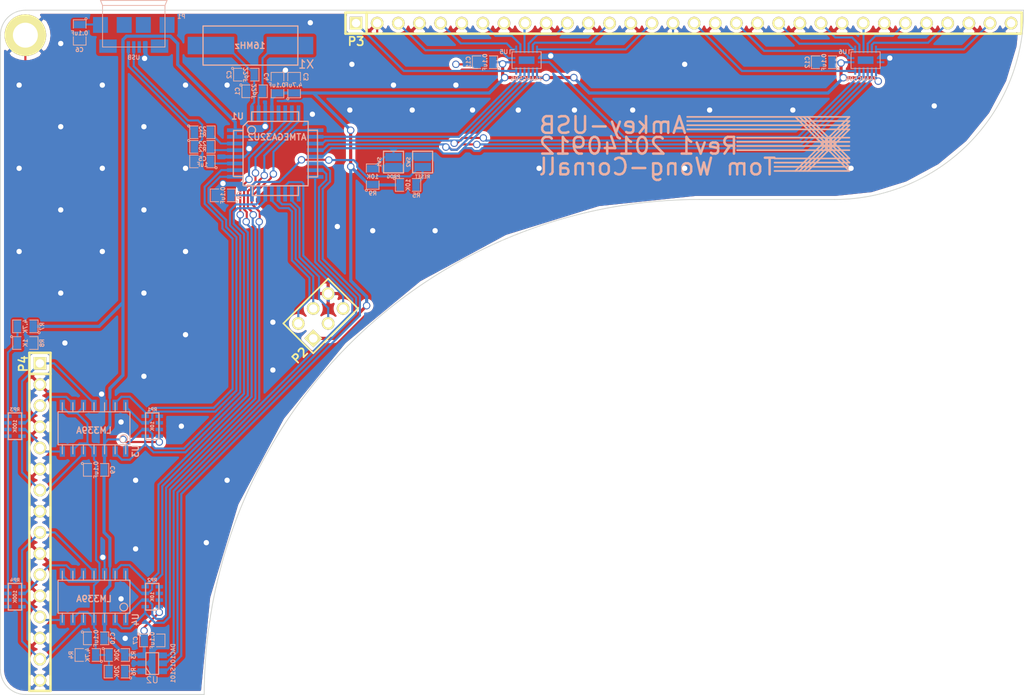
<source format=kicad_pcb>
(kicad_pcb (version 20171130) (host pcbnew "(5.1.12)-1")
  (layers (0 F.Cu signal) (31 B.Cu signal) (34 B.Paste user) (35 F.Paste user) (36 B.SilkS user) (37 F.SilkS user) (38 B.Mask user) (39 F.Mask user) (44 Edge.Cuts user))
  (net 0 "")
  (net 1 /SPI_MOSI)
  (net 2 /SPI_SCLK)
  (net 3 /SPI_SS)
  (net 4 /USB_D+)
  (net 5 /USB_D-)
  (net 6 /USB_SHIELD)
  (net 7 Col1)
  (net 8 Col10)
  (net 9 Col11)
  (net 10 Col12)
  (net 11 Col13)
  (net 12 Col14)
  (net 13 Col15)
  (net 14 Col16)
  (net 15 Col2)
  (net 16 Col3)
  (net 17 Col4)
  (net 18 Col5)
  (net 19 Col6)
  (net 20 Col7)
  (net 21 Col8)
  (net 22 Col9)
  (net 23 GND)
  (net 24 N-000001)
  (net 25 N-0000012)
  (net 26 N-0000013)
  (net 27 N-0000014)
  (net 28 N-0000018)
  (net 29 N-0000019)
  (net 30 N-000002)
  (net 31 N-0000020)
  (net 32 N-000003)
  (net 33 N-000004)
  (net 34 N-0000045)
  (net 35 N-000005)
  (net 36 N-0000058)
  (net 37 N-000009)
  (net 38 Row1)
  (net 39 Row2)
  (net 40 Row3)
  (net 41 Row4)
  (net 42 Row5)
  (net 43 Row6)
  (net 44 Row7)
  (net 45 Row8)
  (net 46 RowOP1)
  (net 47 RowOP2)
  (net 48 RowOP3)
  (net 49 RowOP4)
  (net 50 RowOP5)
  (net 51 RowOP6)
  (net 52 RowOP7)
  (net 53 RowOP8)
  (net 54 SR_DS)
  (net 55 SR_OE)
  (net 56 SR_SHCP)
  (net 57 SR_STCP)
  (net 58 VCC)
  (module TQFP32 (layer B.Cu) (at 178.305 105.745 270)
    (fp_text reference U1 (at -4.495 4.555) (layer B.SilkS) (effects (font (size 0.75 0.75)) (justify mirror)))
    (fp_text value ATMEGA32U2 (at -1.995 -0.195) (layer B.SilkS) (effects (font (size 0.75 0.75)) (justify mirror)))
    (pad 8 smd rect (at -4.81584 -2.77622 270) (size 1.99898 0.44958) (layers B.Cu B.Paste B.Mask) (net 52 RowOP7))
    (pad 7 smd rect (at -4.81584 -1.97612 270) (size 1.99898 0.44958) (layers B.Cu B.Paste B.Mask) (net 51 RowOP6))
    (pad 6 smd rect (at -4.81584 -1.17602 270) (size 1.99898 0.44958) (layers B.Cu B.Paste B.Mask) (net 50 RowOP5))
    (pad 5 smd rect (at -4.81584 -0.37592 270) (size 1.99898 0.44958) (layers B.Cu B.Paste B.Mask))
    (pad 4 smd rect (at -4.81584 0.42418 270) (size 1.99898 0.44958) (layers B.Cu B.Paste B.Mask) (net 58 VCC))
    (pad 3 smd rect (at -4.81584 1.22428 270) (size 1.99898 0.44958) (layers B.Cu B.Paste B.Mask) (net 23 GND))
    (pad 2 smd rect (at -4.81584 2.02438 270) (size 1.99898 0.44958) (layers B.Cu B.Paste B.Mask) (net 36 N-0000058))
    (pad 1 smd rect (at -4.81584 2.82448 270) (size 1.99898 0.44958) (layers B.Cu B.Paste B.Mask) (net 33 N-000004))
    (pad 24 smd rect (at 4.7498 2.8194 270) (size 1.99898 0.44958) (layers B.Cu B.Paste B.Mask) (net 37 N-000009))
    (pad 17 smd rect (at 4.7498 -2.794 270) (size 1.99898 0.44958) (layers B.Cu B.Paste B.Mask))
    (pad 18 smd rect (at 4.7498 -1.9812 270) (size 1.99898 0.44958) (layers B.Cu B.Paste B.Mask) (net 27 N-0000014))
    (pad 19 smd rect (at 4.7498 -1.1684 270) (size 1.99898 0.44958) (layers B.Cu B.Paste B.Mask) (net 26 N-0000013))
    (pad 20 smd rect (at 4.7498 -0.381 270) (size 1.99898 0.44958) (layers B.Cu B.Paste B.Mask) (net 25 N-0000012))
    (pad 21 smd rect (at 4.7498 0.4318 270) (size 1.99898 0.44958) (layers B.Cu B.Paste B.Mask) (net 28 N-0000018))
    (pad 22 smd rect (at 4.7498 1.2192 270) (size 1.99898 0.44958) (layers B.Cu B.Paste B.Mask) (net 49 RowOP4))
    (pad 23 smd rect (at 4.7498 2.032 270) (size 1.99898 0.44958) (layers B.Cu B.Paste B.Mask) (net 48 RowOP3))
    (pad 32 smd rect (at -2.82448 4.826 270) (size 0.44958 1.99898) (layers B.Cu B.Paste B.Mask) (net 58 VCC))
    (pad 31 smd rect (at -2.02692 4.826 270) (size 0.44958 1.99898) (layers B.Cu B.Paste B.Mask) (net 58 VCC))
    (pad 30 smd rect (at -1.22428 4.826 270) (size 0.44958 1.99898) (layers B.Cu B.Paste B.Mask) (net 30 N-000002))
    (pad 29 smd rect (at -0.42672 4.826 270) (size 0.44958 1.99898) (layers B.Cu B.Paste B.Mask) (net 24 N-000001))
    (pad 28 smd rect (at 0.37592 4.826 270) (size 0.44958 1.99898) (layers B.Cu B.Paste B.Mask) (net 23 GND))
    (pad 27 smd rect (at 1.17348 4.826 270) (size 0.44958 1.99898) (layers B.Cu B.Paste B.Mask) (net 32 N-000003))
    (pad 26 smd rect (at 1.97612 4.826 270) (size 0.44958 1.99898) (layers B.Cu B.Paste B.Mask) (net 46 RowOP1))
    (pad 25 smd rect (at 2.77368 4.826 270) (size 0.44958 1.99898) (layers B.Cu B.Paste B.Mask) (net 47 RowOP2))
    (pad 9 smd rect (at -2.8194 -4.7752 270) (size 0.44958 1.99898) (layers B.Cu B.Paste B.Mask) (net 53 RowOP8))
    (pad 10 smd rect (at -2.032 -4.7752 270) (size 0.44958 1.99898) (layers B.Cu B.Paste B.Mask) (net 54 SR_DS))
    (pad 11 smd rect (at -1.2192 -4.7752 270) (size 0.44958 1.99898) (layers B.Cu B.Paste B.Mask) (net 55 SR_OE))
    (pad 12 smd rect (at -0.4318 -4.7752 270) (size 0.44958 1.99898) (layers B.Cu B.Paste B.Mask) (net 57 SR_STCP))
    (pad 13 smd rect (at 0.3556 -4.7752 270) (size 0.44958 1.99898) (layers B.Cu B.Paste B.Mask) (net 56 SR_SHCP))
    (pad 14 smd rect (at 1.1684 -4.7752 270) (size 0.44958 1.99898) (layers B.Cu B.Paste B.Mask) (net 3 /SPI_SS))
    (pad 15 smd rect (at 1.9812 -4.7752 270) (size 0.44958 1.99898) (layers B.Cu B.Paste B.Mask) (net 2 /SPI_SCLK))
    (pad 16 smd rect (at 2.794 -4.7752 270) (size 0.44958 1.99898) (layers B.Cu B.Paste B.Mask) (net 1 /SPI_MOSI))
  )
  (module SOT23_6 (layer B.Cu) (at 163.5 167 90)
    (fp_text reference U2 (at -2 0 180) (layer B.SilkS) (effects (font (size 0.762 0.762) (thickness 0.1)) (justify mirror)))
    (fp_text value DAC101S101 (at 0 2.5 90) (layer B.SilkS) (effects (font (size 0.5 0.5) (thickness 0.1)) (justify mirror)))
    (pad 6 smd rect (at -0.9525 1.27 90) (size 0.70104 1.00076) (layers B.Cu B.Paste B.Mask) (net 3 /SPI_SS))
    (pad 5 smd rect (at 0 1.27 90) (size 0.70104 1.00076) (layers B.Cu B.Paste B.Mask) (net 2 /SPI_SCLK))
    (pad 4 smd rect (at 0.9525 1.27 90) (size 0.70104 1.00076) (layers B.Cu B.Paste B.Mask) (net 1 /SPI_MOSI))
    (pad 3 smd rect (at 0.9525 -1.27 90) (size 0.70104 1.00076) (layers B.Cu B.Paste B.Mask) (net 58 VCC))
    (pad 2 smd rect (at 0 -1.27 90) (size 0.70104 1.00076) (layers B.Cu B.Paste B.Mask) (net 23 GND))
    (pad 1 smd rect (at -0.9525 -1.27 90) (size 0.70104 1.00076) (layers B.Cu B.Paste B.Mask) (net 31 N-0000020))
  )
  (module so-14 (layer B.Cu) (at 156.5 138.75 180)
    (fp_text reference U3 (at -5 -2.75 270) (layer B.SilkS) (effects (font (size 0.7493 0.7493) (thickness 0.14986)) (justify mirror)))
    (fp_text value LM339A (at 0 -0.25 180) (layer B.SilkS) (effects (font (size 0.7493 0.7493) (thickness 0.14986)) (justify mirror)))
    (pad 1 smd rect (at -3.81 -2.794 180) (size 0.635 1.27) (layers B.Cu B.Paste B.Mask) (net 48 RowOP3))
    (pad 2 smd rect (at -2.54 -2.794 180) (size 0.635 1.27) (layers B.Cu B.Paste B.Mask) (net 49 RowOP4))
    (pad 3 smd rect (at -1.27 -2.794 180) (size 0.635 1.27) (layers B.Cu B.Paste B.Mask) (net 58 VCC))
    (pad 4 smd rect (at 0 -2.794 180) (size 0.635 1.27) (layers B.Cu B.Paste B.Mask) (net 35 N-000005))
    (pad 5 smd rect (at 1.27 -2.794 180) (size 0.635 1.27) (layers B.Cu B.Paste B.Mask) (net 41 Row4))
    (pad 6 smd rect (at 2.54 -2.794 180) (size 0.635 1.27) (layers B.Cu B.Paste B.Mask) (net 35 N-000005))
    (pad 7 smd rect (at 3.81 -2.794 180) (size 0.635 1.27) (layers B.Cu B.Paste B.Mask) (net 40 Row3))
    (pad 8 smd rect (at 3.81 2.794 180) (size 0.635 1.27) (layers B.Cu B.Paste B.Mask) (net 35 N-000005))
    (pad 9 smd rect (at 2.54 2.794 180) (size 0.635 1.27) (layers B.Cu B.Paste B.Mask) (net 39 Row2))
    (pad 10 smd rect (at 1.27 2.794 180) (size 0.635 1.27) (layers B.Cu B.Paste B.Mask) (net 35 N-000005))
    (pad 11 smd rect (at 0 2.794 180) (size 0.635 1.27) (layers B.Cu B.Paste B.Mask) (net 38 Row1))
    (pad 12 smd rect (at -1.27 2.794 180) (size 0.635 1.27) (layers B.Cu B.Paste B.Mask) (net 23 GND))
    (pad 13 smd rect (at -2.54 2.794 180) (size 0.635 1.27) (layers B.Cu B.Paste B.Mask) (net 46 RowOP1))
    (pad 14 smd rect (at -3.81 2.794 180) (size 0.635 1.27) (layers B.Cu B.Paste B.Mask) (net 47 RowOP2))
  )
  (module so-14 (layer B.Cu) (at 156.5 159 180)
    (fp_text reference U4 (at -5 -2.75 270) (layer B.SilkS) (effects (font (size 0.7493 0.7493) (thickness 0.14986)) (justify mirror)))
    (fp_text value LM339A (at 0 -0.25 180) (layer B.SilkS) (effects (font (size 0.7493 0.7493) (thickness 0.14986)) (justify mirror)))
    (pad 1 smd rect (at -3.81 -2.794 180) (size 0.635 1.27) (layers B.Cu B.Paste B.Mask) (net 52 RowOP7))
    (pad 2 smd rect (at -2.54 -2.794 180) (size 0.635 1.27) (layers B.Cu B.Paste B.Mask) (net 53 RowOP8))
    (pad 3 smd rect (at -1.27 -2.794 180) (size 0.635 1.27) (layers B.Cu B.Paste B.Mask) (net 58 VCC))
    (pad 4 smd rect (at 0 -2.794 180) (size 0.635 1.27) (layers B.Cu B.Paste B.Mask) (net 35 N-000005))
    (pad 5 smd rect (at 1.27 -2.794 180) (size 0.635 1.27) (layers B.Cu B.Paste B.Mask) (net 45 Row8))
    (pad 6 smd rect (at 2.54 -2.794 180) (size 0.635 1.27) (layers B.Cu B.Paste B.Mask) (net 35 N-000005))
    (pad 7 smd rect (at 3.81 -2.794 180) (size 0.635 1.27) (layers B.Cu B.Paste B.Mask) (net 44 Row7))
    (pad 8 smd rect (at 3.81 2.794 180) (size 0.635 1.27) (layers B.Cu B.Paste B.Mask) (net 35 N-000005))
    (pad 9 smd rect (at 2.54 2.794 180) (size 0.635 1.27) (layers B.Cu B.Paste B.Mask) (net 43 Row6))
    (pad 10 smd rect (at 1.27 2.794 180) (size 0.635 1.27) (layers B.Cu B.Paste B.Mask) (net 35 N-000005))
    (pad 11 smd rect (at 0 2.794 180) (size 0.635 1.27) (layers B.Cu B.Paste B.Mask) (net 42 Row5))
    (pad 12 smd rect (at -1.27 2.794 180) (size 0.635 1.27) (layers B.Cu B.Paste B.Mask) (net 23 GND))
    (pad 13 smd rect (at -2.54 2.794 180) (size 0.635 1.27) (layers B.Cu B.Paste B.Mask) (net 50 RowOP5))
    (pad 14 smd rect (at -3.81 2.794 180) (size 0.635 1.27) (layers B.Cu B.Paste B.Mask) (net 51 RowOP6))
  )
  (module SM0805 (layer B.Cu) (at 244.25 94.75 180)
    (fp_text reference C12 (at 2 0 270) (layer B.SilkS) (effects (font (size 0.50038 0.50038) (thickness 0.10922)) (justify mirror)))
    (fp_text value 0.1uF (at 0 0 270) (layer B.SilkS) (effects (font (size 0.50038 0.50038) (thickness 0.10922)) (justify mirror)))
    (pad 1 smd rect (at -0.9525 0 180) (size 0.889 1.397) (layers B.Cu B.Paste B.Mask) (net 58 VCC))
    (pad 2 smd rect (at 0.9525 0 180) (size 0.889 1.397) (layers B.Cu B.Paste B.Mask) (net 23 GND))
  )
  (module SM0805 (layer B.Cu) (at 159.25 168 180)
    (fp_text reference R6 (at -2 0 270) (layer B.SilkS) (effects (font (size 0.50038 0.50038) (thickness 0.10922)) (justify mirror)))
    (fp_text value 20K (at 0 0 270) (layer B.SilkS) (effects (font (size 0.50038 0.50038) (thickness 0.10922)) (justify mirror)))
    (pad 1 smd rect (at -0.9525 0 180) (size 0.889 1.397) (layers B.Cu B.Paste B.Mask) (net 31 N-0000020))
    (pad 2 smd rect (at 0.9525 0 180) (size 0.889 1.397) (layers B.Cu B.Paste B.Mask) (net 35 N-000005))
  )
  (module SM0805 (layer B.Cu) (at 159.25 166)
    (fp_text reference R3 (at 2 0 90) (layer B.SilkS) (effects (font (size 0.50038 0.50038) (thickness 0.10922)) (justify mirror)))
    (fp_text value 20K (at 0 0 90) (layer B.SilkS) (effects (font (size 0.50038 0.50038) (thickness 0.10922)) (justify mirror)))
    (pad 1 smd rect (at -0.9525 0) (size 0.889 1.397) (layers B.Cu B.Paste B.Mask) (net 35 N-000005))
    (pad 2 smd rect (at 0.9525 0) (size 0.889 1.397) (layers B.Cu B.Paste B.Mask) (net 58 VCC))
  )
  (module SM0805 (layer B.Cu) (at 155.75 166 180)
    (fp_text reference R4 (at 2 0 270) (layer B.SilkS) (effects (font (size 0.50038 0.50038) (thickness 0.10922)) (justify mirror)))
    (fp_text value 4.7K (at 0 0 270) (layer B.SilkS) (effects (font (size 0.50038 0.50038) (thickness 0.10922)) (justify mirror)))
    (pad 1 smd rect (at -0.9525 0 180) (size 0.889 1.397) (layers B.Cu B.Paste B.Mask) (net 35 N-000005))
    (pad 2 smd rect (at 0.9525 0 180) (size 0.889 1.397) (layers B.Cu B.Paste B.Mask) (net 23 GND))
  )
  (module SM0805 (layer B.Cu) (at 190 108.5 90)
    (fp_text reference R9 (at -2 0 180) (layer B.SilkS) (effects (font (size 0.50038 0.50038) (thickness 0.10922)) (justify mirror)))
    (fp_text value 10K (at 0 0 180) (layer B.SilkS) (effects (font (size 0.50038 0.50038) (thickness 0.10922)) (justify mirror)))
    (pad 1 smd rect (at -0.9525 0 90) (size 0.889 1.397) (layers B.Cu B.Paste B.Mask) (net 58 VCC))
    (pad 2 smd rect (at 0.9525 0 90) (size 0.889 1.397) (layers B.Cu B.Paste B.Mask) (net 56 SR_SHCP))
  )
  (module SM0805 (layer B.Cu) (at 203.5 94.75 180)
    (fp_text reference C11 (at 2 0 270) (layer B.SilkS) (effects (font (size 0.50038 0.50038) (thickness 0.10922)) (justify mirror)))
    (fp_text value 0.1uF (at 0 0 270) (layer B.SilkS) (effects (font (size 0.50038 0.50038) (thickness 0.10922)) (justify mirror)))
    (pad 1 smd rect (at -0.9525 0 180) (size 0.889 1.397) (layers B.Cu B.Paste B.Mask) (net 58 VCC))
    (pad 2 smd rect (at 0.9525 0 180) (size 0.889 1.397) (layers B.Cu B.Paste B.Mask) (net 23 GND))
  )
  (module SM0805 (layer B.Cu) (at 163.5 164.25)
    (fp_text reference C7 (at -2 0 90) (layer B.SilkS) (effects (font (size 0.50038 0.50038) (thickness 0.10922)) (justify mirror)))
    (fp_text value 0.1uF (at 0 0 90) (layer B.SilkS) (effects (font (size 0.50038 0.50038) (thickness 0.10922)) (justify mirror)))
    (pad 1 smd rect (at -0.9525 0) (size 0.889 1.397) (layers B.Cu B.Paste B.Mask) (net 58 VCC))
    (pad 2 smd rect (at 0.9525 0) (size 0.889 1.397) (layers B.Cu B.Paste B.Mask) (net 23 GND))
  )
  (module SM0805 (layer B.Cu) (at 156.75 164)
    (fp_text reference C10 (at 2 0 90) (layer B.SilkS) (effects (font (size 0.50038 0.50038) (thickness 0.10922)) (justify mirror)))
    (fp_text value 0.1uF (at 0 0 90) (layer B.SilkS) (effects (font (size 0.50038 0.50038) (thickness 0.10922)) (justify mirror)))
    (pad 1 smd rect (at -0.9525 0) (size 0.889 1.397) (layers B.Cu B.Paste B.Mask) (net 23 GND))
    (pad 2 smd rect (at 0.9525 0) (size 0.889 1.397) (layers B.Cu B.Paste B.Mask) (net 58 VCC))
  )
  (module SM0805 (layer B.Cu) (at 156.75 143.75)
    (fp_text reference C9 (at 2 0 90) (layer B.SilkS) (effects (font (size 0.50038 0.50038) (thickness 0.10922)) (justify mirror)))
    (fp_text value 0.1uF (at 0 0 90) (layer B.SilkS) (effects (font (size 0.50038 0.50038) (thickness 0.10922)) (justify mirror)))
    (pad 1 smd rect (at -0.9525 0) (size 0.889 1.397) (layers B.Cu B.Paste B.Mask) (net 23 GND))
    (pad 2 smd rect (at 0.9525 0) (size 0.889 1.397) (layers B.Cu B.Paste B.Mask) (net 58 VCC))
  )
  (module SM0805 (layer B.Cu) (at 174.805 96.245)
    (fp_text reference C2 (at -2.055 0.005 90) (layer B.SilkS) (effects (font (size 0.50038 0.50038) (thickness 0.10922)) (justify mirror)))
    (fp_text value 22pF (at -0.055 0.005 90) (layer B.SilkS) (effects (font (size 0.50038 0.50038) (thickness 0.10922)) (justify mirror)))
    (pad 1 smd rect (at -0.9525 0) (size 0.889 1.397) (layers B.Cu B.Paste B.Mask) (net 23 GND))
    (pad 2 smd rect (at 0.9525 0) (size 0.889 1.397) (layers B.Cu B.Paste B.Mask) (net 33 N-000004))
  )
  (module SM0805 (layer B.Cu) (at 175.805 98.245)
    (fp_text reference C1 (at -2.055 0.005 90) (layer B.SilkS) (effects (font (size 0.50038 0.50038) (thickness 0.10922)) (justify mirror)))
    (fp_text value 22pF (at -0.055 0.005 90) (layer B.SilkS) (effects (font (size 0.50038 0.50038) (thickness 0.10922)) (justify mirror)))
    (pad 1 smd rect (at -0.9525 0) (size 0.889 1.397) (layers B.Cu B.Paste B.Mask) (net 23 GND))
    (pad 2 smd rect (at 0.9525 0) (size 0.889 1.397) (layers B.Cu B.Paste B.Mask) (net 36 N-0000058))
  )
  (module SM0805 (layer B.Cu) (at 148.25 128.5)
    (fp_text reference R8 (at 2 0 90) (layer B.SilkS) (effects (font (size 0.50038 0.50038) (thickness 0.10922)) (justify mirror)))
    (fp_text value 1K (at 0 0 90) (layer B.SilkS) (effects (font (size 0.50038 0.50038) (thickness 0.10922)) (justify mirror)))
    (pad 1 smd rect (at -0.9525 0) (size 0.889 1.397) (layers B.Cu B.Paste B.Mask) (net 34 N-0000045))
    (pad 2 smd rect (at 0.9525 0) (size 0.889 1.397) (layers B.Cu B.Paste B.Mask) (net 23 GND))
  )
  (module SM0805 (layer B.Cu) (at 148.25 126.5 180)
    (fp_text reference R7 (at -2 0 270) (layer B.SilkS) (effects (font (size 0.50038 0.50038) (thickness 0.10922)) (justify mirror)))
    (fp_text value 4.7K (at 0 0 270) (layer B.SilkS) (effects (font (size 0.50038 0.50038) (thickness 0.10922)) (justify mirror)))
    (pad 1 smd rect (at -0.9525 0 180) (size 0.889 1.397) (layers B.Cu B.Paste B.Mask) (net 58 VCC))
    (pad 2 smd rect (at 0.9525 0 180) (size 0.889 1.397) (layers B.Cu B.Paste B.Mask) (net 34 N-0000045))
  )
  (module SM0805 (layer B.Cu) (at 178.555 97.495 270)
    (fp_text reference C4 (at -0.995 1.305 270) (layer B.SilkS) (effects (font (size 0.50038 0.50038) (thickness 0.10922)) (justify mirror)))
    (fp_text value 0.1uF (at 0.005 0.055) (layer B.SilkS) (effects (font (size 0.50038 0.50038) (thickness 0.10922)) (justify mirror)))
    (pad 1 smd rect (at -0.9525 0 270) (size 0.889 1.397) (layers B.Cu B.Paste B.Mask) (net 23 GND))
    (pad 2 smd rect (at 0.9525 0 270) (size 0.889 1.397) (layers B.Cu B.Paste B.Mask) (net 58 VCC))
  )
  (module SM0805 (layer B.Cu) (at 180.555 97.495 90)
    (fp_text reference C3 (at 0.995 1.445 90) (layer B.SilkS) (effects (font (size 0.50038 0.50038) (thickness 0.10922)) (justify mirror)))
    (fp_text value 4.7uF (at -0.005 -0.055 180) (layer B.SilkS) (effects (font (size 0.50038 0.50038) (thickness 0.10922)) (justify mirror)))
    (pad 1 smd rect (at -0.9525 0 90) (size 0.889 1.397) (layers B.Cu B.Paste B.Mask) (net 58 VCC))
    (pad 2 smd rect (at 0.9525 0 90) (size 0.889 1.397) (layers B.Cu B.Paste B.Mask) (net 23 GND))
  )
  (module SM0805 (layer B.Cu) (at 169.53 104.92)
    (fp_text reference R2 (at 0 0.3175) (layer B.SilkS) (effects (font (size 0.50038 0.50038) (thickness 0.10922)) (justify mirror)))
    (fp_text value 22 (at 0 -0.381) (layer B.SilkS) (effects (font (size 0.50038 0.50038) (thickness 0.10922)) (justify mirror)))
    (pad 1 smd rect (at -0.9525 0) (size 0.889 1.397) (layers B.Cu B.Paste B.Mask) (net 4 /USB_D+))
    (pad 2 smd rect (at 0.9525 0) (size 0.889 1.397) (layers B.Cu B.Paste B.Mask) (net 24 N-000001))
  )
  (module SM0805 (layer B.Cu) (at 169.53 103.17)
    (fp_text reference R1 (at 0 0.3175) (layer B.SilkS) (effects (font (size 0.50038 0.50038) (thickness 0.10922)) (justify mirror)))
    (fp_text value 22 (at 0 -0.381) (layer B.SilkS) (effects (font (size 0.50038 0.50038) (thickness 0.10922)) (justify mirror)))
    (pad 1 smd rect (at -0.9525 0) (size 0.889 1.397) (layers B.Cu B.Paste B.Mask) (net 5 /USB_D-))
    (pad 2 smd rect (at 0.9525 0) (size 0.889 1.397) (layers B.Cu B.Paste B.Mask) (net 30 N-000002))
  )
  (module SM0805 (layer B.Cu) (at 154.78 91.17 270)
    (fp_text reference C6 (at 2.08 0.03) (layer B.SilkS) (effects (font (size 0.50038 0.50038) (thickness 0.10922)) (justify mirror)))
    (fp_text value 0.1uF (at 0.08 0.03) (layer B.SilkS) (effects (font (size 0.50038 0.50038) (thickness 0.10922)) (justify mirror)))
    (pad 1 smd rect (at -0.9525 0 270) (size 0.889 1.397) (layers B.Cu B.Paste B.Mask) (net 6 /USB_SHIELD))
    (pad 2 smd rect (at 0.9525 0 270) (size 0.889 1.397) (layers B.Cu B.Paste B.Mask) (net 23 GND))
  )
  (module SM0805 (layer B.Cu) (at 172 110.75 180)
    (fp_text reference C8 (at -2 0 270) (layer B.SilkS) (effects (font (size 0.50038 0.50038) (thickness 0.10922)) (justify mirror)))
    (fp_text value 0.1uF (at 0 0 270) (layer B.SilkS) (effects (font (size 0.50038 0.50038) (thickness 0.10922)) (justify mirror)))
    (pad 1 smd rect (at -0.9525 0 180) (size 0.889 1.397) (layers B.Cu B.Paste B.Mask) (net 37 N-000009))
    (pad 2 smd rect (at 0.9525 0 180) (size 0.889 1.397) (layers B.Cu B.Paste B.Mask) (net 23 GND))
  )
  (module SM0805 (layer B.Cu) (at 194.25 109.5)
    (fp_text reference R5 (at 1 1.25) (layer B.SilkS) (effects (font (size 0.50038 0.50038) (thickness 0.10922)) (justify mirror)))
    (fp_text value 10K (at 0 0 90) (layer B.SilkS) (effects (font (size 0.50038 0.50038) (thickness 0.10922)) (justify mirror)))
    (pad 1 smd rect (at -0.9525 0) (size 0.889 1.397) (layers B.Cu B.Paste B.Mask) (net 58 VCC))
    (pad 2 smd rect (at 0.9525 0) (size 0.889 1.397) (layers B.Cu B.Paste B.Mask) (net 37 N-000009))
  )
  (module SM0805 (layer B.Cu) (at 169.53 106.67 180)
    (fp_text reference C5 (at 0 0.3175 180) (layer B.SilkS) (effects (font (size 0.50038 0.50038) (thickness 0.10922)) (justify mirror)))
    (fp_text value 1uF (at 0 -0.381 180) (layer B.SilkS) (effects (font (size 0.50038 0.50038) (thickness 0.10922)) (justify mirror)))
    (pad 1 smd rect (at -0.9525 0 180) (size 0.889 1.397) (layers B.Cu B.Paste B.Mask) (net 32 N-000003))
    (pad 2 smd rect (at 0.9525 0 180) (size 0.889 1.397) (layers B.Cu B.Paste B.Mask) (net 23 GND))
  )
  (module pin_array_3x2 (layer F.Cu) (at 183.75 125.25 45)
    (fp_text reference P2 (at -5.126524 1.59099 45) (layer F.SilkS) (effects (font (size 1.016 1.016) (thickness 0.2032))))
    (fp_text value CONN_3X2 hide)
    (pad 1 thru_hole rect (at -2.54 1.27 45) (size 1.524 1.524) (drill 1.016) (layers *.Cu *.Mask F.SilkS) (net 58 VCC))
    (pad 2 thru_hole circle (at -2.54 -1.27 45) (size 1.524 1.524) (drill 1.016) (layers *.Cu *.Mask F.SilkS) (net 28 N-0000018))
    (pad 3 thru_hole circle (at 0 1.27 45) (size 1.524 1.524) (drill 1.016) (layers *.Cu *.Mask F.SilkS) (net 27 N-0000014))
    (pad 4 thru_hole circle (at 0 -1.27 45) (size 1.524 1.524) (drill 1.016) (layers *.Cu *.Mask F.SilkS) (net 25 N-0000012))
    (pad 5 thru_hole circle (at 2.54 1.27 45) (size 1.524 1.524) (drill 1.016) (layers *.Cu *.Mask F.SilkS) (net 26 N-0000013))
    (pad 6 thru_hole circle (at 2.54 -1.27 45) (size 1.524 1.524) (drill 1.016) (layers *.Cu *.Mask F.SilkS) (net 23 GND))
  )
  (module USB-Micro-B-SMT (layer B.Cu) (at 161.28 92.92)
    (fp_text reference P1 (at 5.72 -3.67) (layer B.SilkS) (effects (font (size 0.5 0.5) (thickness 0.1)) (justify mirror)))
    (fp_text value USB (at 0 1.25) (layer B.SilkS) (effects (font (size 0.5 0.5) (thickness 0.1)) (justify mirror)))
    (pad 1 smd rect (at -1.3 0) (size 0.4 1.4) (layers B.Cu B.Paste B.Mask) (net 58 VCC))
    (pad 2 smd rect (at -0.65 0) (size 0.4 1.4) (layers B.Cu B.Paste B.Mask) (net 5 /USB_D-))
    (pad 3 smd rect (at 0 0) (size 0.4 1.4) (layers B.Cu B.Paste B.Mask) (net 4 /USB_D+))
    (pad 4 smd rect (at 0.65 0) (size 0.4 1.4) (layers B.Cu B.Paste B.Mask))
    (pad 5 smd rect (at 1.3 0) (size 0.4 1.4) (layers B.Cu B.Paste B.Mask) (net 23 GND))
    (pad 11 smd rect (at -1.15 -2.65) (size 1.8 1.9) (layers B.Cu B.Paste B.Mask))
    (pad 10 smd rect (at 1.15 -2.65) (size 1.8 1.9) (layers B.Cu B.Paste B.Mask))
    (pad 6 smd rect (at -4 -2.65) (size 1.8 1.9) (layers B.Cu B.Paste B.Mask) (net 6 /USB_SHIELD))
    (pad 9 smd rect (at 4 -2.65) (size 1.8 1.9) (layers B.Cu B.Paste B.Mask))
    (pad 7 smd rect (at -3.1 -0.1) (size 2.1 1.6) (layers B.Cu B.Paste B.Mask))
    (pad 8 smd rect (at 3.1 -0.1) (size 2.1 1.6) (layers B.Cu B.Paste B.Mask))
  )
  (module HC49US (layer B.Cu) (at 175.305 92.745 180)
    (fp_text reference X1 (at -6.695 -2.255 180) (layer B.SilkS) (effects (justify mirror)))
    (fp_text value 16MHz (at 0.055 -0.005 180) (layer B.SilkS) (effects (font (size 0.75 0.75)) (justify mirror)))
    (pad 1 smd rect (at -4.75 0 180) (size 5.6 2.1) (layers B.Cu B.Paste B.Mask) (net 36 N-0000058))
    (pad 2 smd rect (at 4.75 0 180) (size 5.6 2.1) (layers B.Cu B.Paste B.Mask) (net 33 N-000004))
  )
  (module DHVQFN16 (layer B.Cu) (at 249.25 94.5)
    (fp_text reference U6 (at -2.75 -1) (layer B.SilkS) (effects (font (size 0.5 0.5) (thickness 0.1)) (justify mirror)))
    (fp_text value 74AHC595 (at -0.5 2.25) (layer B.SilkS) (effects (font (size 0.5 0.5) (thickness 0.1)) (justify mirror)))
    (pad "" smd rect (at 0 0) (size 1.9 0.9) (layers B.Cu B.Paste B.Mask))
    (pad 1 smd rect (at -1.8 -0.25 270) (size 0.24 0.9) (layers B.Cu B.Paste B.Mask) (net 8 Col10) (clearance 0.125))
    (pad 2 smd rect (at -1.25 -1.3) (size 0.24 0.9) (layers B.Cu B.Paste B.Mask) (net 9 Col11) (clearance 0.125))
    (pad 3 smd rect (at -0.75 -1.3) (size 0.24 0.9) (layers B.Cu B.Paste B.Mask) (net 10 Col12) (clearance 0.125))
    (pad 4 smd rect (at -0.25 -1.3) (size 0.24 0.9) (layers B.Cu B.Paste B.Mask) (net 11 Col13) (clearance 0.125))
    (pad 5 smd rect (at 0.25 -1.3) (size 0.24 0.9) (layers B.Cu B.Paste B.Mask) (net 12 Col14) (clearance 0.125))
    (pad 6 smd rect (at 0.75 -1.3) (size 0.24 0.9) (layers B.Cu B.Paste B.Mask) (net 13 Col15) (clearance 0.125))
    (pad 7 smd rect (at 1.25 -1.3) (size 0.24 0.9) (layers B.Cu B.Paste B.Mask) (net 14 Col16) (clearance 0.125))
    (pad 8 smd rect (at 1.8 -0.25 90) (size 0.24 0.9) (layers B.Cu B.Paste B.Mask) (net 23 GND) (clearance 0.125))
    (pad 9 smd rect (at 1.8 0.25 90) (size 0.24 0.9) (layers B.Cu B.Paste B.Mask) (clearance 0.125))
    (pad 10 smd rect (at 1.25 1.3) (size 0.24 0.9) (layers B.Cu B.Paste B.Mask) (net 58 VCC) (clearance 0.125))
    (pad 11 smd rect (at 0.75 1.3) (size 0.24 0.9) (layers B.Cu B.Paste B.Mask) (net 56 SR_SHCP) (clearance 0.125))
    (pad 12 smd rect (at 0.25 1.3) (size 0.24 0.9) (layers B.Cu B.Paste B.Mask) (net 57 SR_STCP) (clearance 0.125))
    (pad 13 smd rect (at -0.25 1.3) (size 0.24 0.9) (layers B.Cu B.Paste B.Mask) (net 55 SR_OE) (clearance 0.125))
    (pad 14 smd rect (at -0.75 1.3) (size 0.24 0.9) (layers B.Cu B.Paste B.Mask) (net 29 N-0000019) (clearance 0.125))
    (pad 15 smd rect (at -1.25 1.3) (size 0.24 0.9) (layers B.Cu B.Paste B.Mask) (net 22 Col9) (clearance 0.125))
    (pad 16 smd rect (at -1.8 0.25 270) (size 0.24 0.9) (layers B.Cu B.Paste B.Mask) (net 58 VCC) (clearance 0.125))
  )
  (module DHVQFN16 (layer B.Cu) (at 208.5 94.5)
    (fp_text reference U5 (at -2.75 -1) (layer B.SilkS) (effects (font (size 0.5 0.5) (thickness 0.1)) (justify mirror)))
    (fp_text value 74AHC595 (at 0 2.25) (layer B.SilkS) (effects (font (size 0.5 0.5) (thickness 0.1)) (justify mirror)))
    (pad "" smd rect (at 0 0) (size 1.9 0.9) (layers B.Cu B.Paste B.Mask))
    (pad 1 smd rect (at -1.8 -0.25 270) (size 0.24 0.9) (layers B.Cu B.Paste B.Mask) (net 15 Col2) (clearance 0.125))
    (pad 2 smd rect (at -1.25 -1.3) (size 0.24 0.9) (layers B.Cu B.Paste B.Mask) (net 16 Col3) (clearance 0.125))
    (pad 3 smd rect (at -0.75 -1.3) (size 0.24 0.9) (layers B.Cu B.Paste B.Mask) (net 17 Col4) (clearance 0.125))
    (pad 4 smd rect (at -0.25 -1.3) (size 0.24 0.9) (layers B.Cu B.Paste B.Mask) (net 18 Col5) (clearance 0.125))
    (pad 5 smd rect (at 0.25 -1.3) (size 0.24 0.9) (layers B.Cu B.Paste B.Mask) (net 19 Col6) (clearance 0.125))
    (pad 6 smd rect (at 0.75 -1.3) (size 0.24 0.9) (layers B.Cu B.Paste B.Mask) (net 20 Col7) (clearance 0.125))
    (pad 7 smd rect (at 1.25 -1.3) (size 0.24 0.9) (layers B.Cu B.Paste B.Mask) (net 21 Col8) (clearance 0.125))
    (pad 8 smd rect (at 1.8 -0.25 90) (size 0.24 0.9) (layers B.Cu B.Paste B.Mask) (net 23 GND) (clearance 0.125))
    (pad 9 smd rect (at 1.8 0.25 90) (size 0.24 0.9) (layers B.Cu B.Paste B.Mask) (net 29 N-0000019) (clearance 0.125))
    (pad 10 smd rect (at 1.25 1.3) (size 0.24 0.9) (layers B.Cu B.Paste B.Mask) (net 58 VCC) (clearance 0.125))
    (pad 11 smd rect (at 0.75 1.3) (size 0.24 0.9) (layers B.Cu B.Paste B.Mask) (net 56 SR_SHCP) (clearance 0.125))
    (pad 12 smd rect (at 0.25 1.3) (size 0.24 0.9) (layers B.Cu B.Paste B.Mask) (net 57 SR_STCP) (clearance 0.125))
    (pad 13 smd rect (at -0.25 1.3) (size 0.24 0.9) (layers B.Cu B.Paste B.Mask) (net 55 SR_OE) (clearance 0.125))
    (pad 14 smd rect (at -0.75 1.3) (size 0.24 0.9) (layers B.Cu B.Paste B.Mask) (net 54 SR_DS) (clearance 0.125))
    (pad 15 smd rect (at -1.25 1.3) (size 0.24 0.9) (layers B.Cu B.Paste B.Mask) (net 7 Col1) (clearance 0.125))
    (pad 16 smd rect (at -1.8 0.25 270) (size 0.24 0.9) (layers B.Cu B.Paste B.Mask) (net 58 VCC) (clearance 0.125))
  )
  (module RPACK_1206 (layer B.Cu) (at 147 159 90)
    (fp_text reference RP4 (at 2 0 180) (layer B.SilkS) (effects (font (size 0.4 0.4) (thickness 0.1)) (justify mirror)))
    (fp_text value 100K (at 0 0 90) (layer B.SilkS) (effects (font (size 0.4 0.4) (thickness 0.1)) (justify mirror)))
    (pad 1 smd rect (at -1.2 -0.85 90) (size 0.425 0.9) (layers B.Cu B.Paste B.Mask) (net 34 N-0000045) (clearance 0.1))
    (pad 2 smd rect (at -0.4 -0.85 90) (size 0.425 0.9) (layers B.Cu B.Paste B.Mask) (net 34 N-0000045) (clearance 0.1))
    (pad 3 smd rect (at 0.4 -0.85 90) (size 0.425 0.9) (layers B.Cu B.Paste B.Mask) (net 34 N-0000045) (clearance 0.1))
    (pad 4 smd rect (at 1.2 -0.85 90) (size 0.425 0.9) (layers B.Cu B.Paste B.Mask) (net 34 N-0000045) (clearance 0.1))
    (pad 5 smd rect (at 1.2 0.85 90) (size 0.425 0.9) (layers B.Cu B.Paste B.Mask) (net 42 Row5) (clearance 0.1))
    (pad 6 smd rect (at 0.4 0.85 90) (size 0.425 0.9) (layers B.Cu B.Paste B.Mask) (net 43 Row6) (clearance 0.1))
    (pad 7 smd rect (at -0.4 0.85 90) (size 0.425 0.9) (layers B.Cu B.Paste B.Mask) (net 44 Row7) (clearance 0.1))
    (pad 8 smd rect (at -1.2 0.85 90) (size 0.425 0.9) (layers B.Cu B.Paste B.Mask) (net 45 Row8) (clearance 0.1))
  )
  (module RPACK_1206 (layer B.Cu) (at 163.5 159 90)
    (fp_text reference RP2 (at 2 0 180) (layer B.SilkS) (effects (font (size 0.4 0.4) (thickness 0.1)) (justify mirror)))
    (fp_text value 10K (at 0 0 90) (layer B.SilkS) (effects (font (size 0.4 0.4) (thickness 0.1)) (justify mirror)))
    (pad 1 smd rect (at -1.2 -0.85 90) (size 0.425 0.9) (layers B.Cu B.Paste B.Mask) (net 53 RowOP8) (clearance 0.1))
    (pad 2 smd rect (at -0.4 -0.85 90) (size 0.425 0.9) (layers B.Cu B.Paste B.Mask) (net 52 RowOP7) (clearance 0.1))
    (pad 3 smd rect (at 0.4 -0.85 90) (size 0.425 0.9) (layers B.Cu B.Paste B.Mask) (net 51 RowOP6) (clearance 0.1))
    (pad 4 smd rect (at 1.2 -0.85 90) (size 0.425 0.9) (layers B.Cu B.Paste B.Mask) (net 50 RowOP5) (clearance 0.1))
    (pad 5 smd rect (at 1.2 0.85 90) (size 0.425 0.9) (layers B.Cu B.Paste B.Mask) (net 58 VCC) (clearance 0.1))
    (pad 6 smd rect (at 0.4 0.85 90) (size 0.425 0.9) (layers B.Cu B.Paste B.Mask) (net 58 VCC) (clearance 0.1))
    (pad 7 smd rect (at -0.4 0.85 90) (size 0.425 0.9) (layers B.Cu B.Paste B.Mask) (net 58 VCC) (clearance 0.1))
    (pad 8 smd rect (at -1.2 0.85 90) (size 0.425 0.9) (layers B.Cu B.Paste B.Mask) (net 58 VCC) (clearance 0.1))
  )
  (module RPACK_1206 (layer B.Cu) (at 163.5 138.5 90)
    (fp_text reference RP1 (at 2 0 180) (layer B.SilkS) (effects (font (size 0.4 0.4) (thickness 0.1)) (justify mirror)))
    (fp_text value 10K (at 0 0 90) (layer B.SilkS) (effects (font (size 0.4 0.4) (thickness 0.1)) (justify mirror)))
    (pad 1 smd rect (at -1.2 -0.85 90) (size 0.425 0.9) (layers B.Cu B.Paste B.Mask) (net 49 RowOP4) (clearance 0.1))
    (pad 2 smd rect (at -0.4 -0.85 90) (size 0.425 0.9) (layers B.Cu B.Paste B.Mask) (net 48 RowOP3) (clearance 0.1))
    (pad 3 smd rect (at 0.4 -0.85 90) (size 0.425 0.9) (layers B.Cu B.Paste B.Mask) (net 47 RowOP2) (clearance 0.1))
    (pad 4 smd rect (at 1.2 -0.85 90) (size 0.425 0.9) (layers B.Cu B.Paste B.Mask) (net 46 RowOP1) (clearance 0.1))
    (pad 5 smd rect (at 1.2 0.85 90) (size 0.425 0.9) (layers B.Cu B.Paste B.Mask) (net 58 VCC) (clearance 0.1))
    (pad 6 smd rect (at 0.4 0.85 90) (size 0.425 0.9) (layers B.Cu B.Paste B.Mask) (net 58 VCC) (clearance 0.1))
    (pad 7 smd rect (at -0.4 0.85 90) (size 0.425 0.9) (layers B.Cu B.Paste B.Mask) (net 58 VCC) (clearance 0.1))
    (pad 8 smd rect (at -1.2 0.85 90) (size 0.425 0.9) (layers B.Cu B.Paste B.Mask) (net 58 VCC) (clearance 0.1))
  )
  (module RPACK_1206 (layer B.Cu) (at 147 138.5 90)
    (fp_text reference RP3 (at 2 0 180) (layer B.SilkS) (effects (font (size 0.4 0.4) (thickness 0.1)) (justify mirror)))
    (fp_text value 100K (at 0 0 90) (layer B.SilkS) (effects (font (size 0.4 0.4) (thickness 0.1)) (justify mirror)))
    (pad 1 smd rect (at -1.2 -0.85 90) (size 0.425 0.9) (layers B.Cu B.Paste B.Mask) (net 34 N-0000045) (clearance 0.1))
    (pad 2 smd rect (at -0.4 -0.85 90) (size 0.425 0.9) (layers B.Cu B.Paste B.Mask) (net 34 N-0000045) (clearance 0.1))
    (pad 3 smd rect (at 0.4 -0.85 90) (size 0.425 0.9) (layers B.Cu B.Paste B.Mask) (net 34 N-0000045) (clearance 0.1))
    (pad 4 smd rect (at 1.2 -0.85 90) (size 0.425 0.9) (layers B.Cu B.Paste B.Mask) (net 34 N-0000045) (clearance 0.1))
    (pad 5 smd rect (at 1.2 0.85 90) (size 0.425 0.9) (layers B.Cu B.Paste B.Mask) (net 38 Row1) (clearance 0.1))
    (pad 6 smd rect (at 0.4 0.85 90) (size 0.425 0.9) (layers B.Cu B.Paste B.Mask) (net 39 Row2) (clearance 0.1))
    (pad 7 smd rect (at -0.4 0.85 90) (size 0.425 0.9) (layers B.Cu B.Paste B.Mask) (net 40 Row3) (clearance 0.1))
    (pad 8 smd rect (at -1.2 0.85 90) (size 0.425 0.9) (layers B.Cu B.Paste B.Mask) (net 41 Row4) (clearance 0.1))
  )
  (module PIN_ARRAY-32X1 (layer F.Cu) (at 227.37 90.05)
    (fp_text reference P3 (at -39.37 2.2) (layer F.SilkS) (effects (font (size 1.016 1.016) (thickness 0.2032))))
    (fp_text value Columns hide)
    (pad 1 thru_hole rect (at -39.37 0) (size 1.524 1.524) (drill 1.016) (layers *.Cu *.Mask F.SilkS) (net 7 Col1))
    (pad 2 thru_hole circle (at -36.83 0) (size 1.524 1.524) (drill 1.016) (layers *.Cu *.Mask F.SilkS) (net 23 GND))
    (pad 3 thru_hole circle (at -34.29 0) (size 1.524 1.524) (drill 1.016) (layers *.Cu *.Mask F.SilkS) (net 15 Col2))
    (pad 4 thru_hole circle (at -31.75 0) (size 1.524 1.524) (drill 1.016) (layers *.Cu *.Mask F.SilkS) (net 23 GND))
    (pad 5 thru_hole circle (at -29.21 0) (size 1.524 1.524) (drill 1.016) (layers *.Cu *.Mask F.SilkS) (net 16 Col3))
    (pad 6 thru_hole circle (at -26.67 0) (size 1.524 1.524) (drill 1.016) (layers *.Cu *.Mask F.SilkS) (net 23 GND))
    (pad 7 thru_hole circle (at -24.13 0) (size 1.524 1.524) (drill 1.016) (layers *.Cu *.Mask F.SilkS) (net 17 Col4))
    (pad 8 thru_hole circle (at -21.59 0) (size 1.524 1.524) (drill 1.016) (layers *.Cu *.Mask F.SilkS) (net 23 GND))
    (pad 9 thru_hole circle (at -19.05 0) (size 1.524 1.524) (drill 1.016) (layers *.Cu *.Mask F.SilkS) (net 18 Col5))
    (pad 10 thru_hole circle (at -16.51 0) (size 1.524 1.524) (drill 1.016) (layers *.Cu *.Mask F.SilkS) (net 23 GND))
    (pad 11 thru_hole circle (at -13.97 0) (size 1.524 1.524) (drill 1.016) (layers *.Cu *.Mask F.SilkS) (net 19 Col6))
    (pad 12 thru_hole circle (at -11.43 0) (size 1.524 1.524) (drill 1.016) (layers *.Cu *.Mask F.SilkS) (net 23 GND))
    (pad 13 thru_hole circle (at -8.89 0) (size 1.524 1.524) (drill 1.016) (layers *.Cu *.Mask F.SilkS) (net 20 Col7))
    (pad 14 thru_hole circle (at -6.35 0) (size 1.524 1.524) (drill 1.016) (layers *.Cu *.Mask F.SilkS) (net 23 GND))
    (pad 15 thru_hole circle (at -3.81 0) (size 1.524 1.524) (drill 1.016) (layers *.Cu *.Mask F.SilkS) (net 21 Col8))
    (pad 16 thru_hole circle (at -1.27 0) (size 1.524 1.524) (drill 1.016) (layers *.Cu *.Mask F.SilkS) (net 23 GND))
    (pad 17 thru_hole circle (at 1.27 0) (size 1.524 1.524) (drill 1.016) (layers *.Cu *.Mask F.SilkS) (net 22 Col9))
    (pad 18 thru_hole circle (at 3.81 0) (size 1.524 1.524) (drill 1.016) (layers *.Cu *.Mask F.SilkS) (net 23 GND))
    (pad 19 thru_hole circle (at 6.35 0) (size 1.524 1.524) (drill 1.016) (layers *.Cu *.Mask F.SilkS) (net 8 Col10))
    (pad 20 thru_hole circle (at 8.89 0) (size 1.524 1.524) (drill 1.016) (layers *.Cu *.Mask F.SilkS) (net 23 GND))
    (pad 21 thru_hole circle (at 11.43 0) (size 1.524 1.524) (drill 1.016) (layers *.Cu *.Mask F.SilkS) (net 9 Col11))
    (pad 22 thru_hole circle (at 13.97 0) (size 1.524 1.524) (drill 1.016) (layers *.Cu *.Mask F.SilkS) (net 23 GND))
    (pad 23 thru_hole circle (at 16.51 0) (size 1.524 1.524) (drill 1.016) (layers *.Cu *.Mask F.SilkS) (net 10 Col12))
    (pad 24 thru_hole circle (at 19.05 0) (size 1.524 1.524) (drill 1.016) (layers *.Cu *.Mask F.SilkS) (net 23 GND))
    (pad 25 thru_hole circle (at 21.59 0) (size 1.524 1.524) (drill 1.016) (layers *.Cu *.Mask F.SilkS) (net 11 Col13))
    (pad 26 thru_hole circle (at 24.13 0) (size 1.524 1.524) (drill 1.016) (layers *.Cu *.Mask F.SilkS) (net 23 GND))
    (pad 27 thru_hole circle (at 26.67 0) (size 1.524 1.524) (drill 1.016) (layers *.Cu *.Mask F.SilkS) (net 12 Col14))
    (pad 28 thru_hole circle (at 29.21 0) (size 1.524 1.524) (drill 1.016) (layers *.Cu *.Mask F.SilkS) (net 23 GND))
    (pad 29 thru_hole circle (at 31.75 0) (size 1.524 1.524) (drill 1.016) (layers *.Cu *.Mask F.SilkS) (net 13 Col15))
    (pad 30 thru_hole circle (at 34.29 0) (size 1.524 1.524) (drill 1.016) (layers *.Cu *.Mask F.SilkS) (net 23 GND))
    (pad 31 thru_hole circle (at 36.83 0) (size 1.524 1.524) (drill 1.016) (layers *.Cu *.Mask F.SilkS) (net 14 Col16))
    (pad 32 thru_hole circle (at 39.37 0) (size 1.524 1.524) (drill 1.016) (layers *.Cu *.Mask F.SilkS) (net 23 GND))
  )
  (module PIN_ARRAY-16X1 (layer F.Cu) (at 150 150 270)
    (fp_text reference P4 (at -19 2 270) (layer F.SilkS) (effects (font (size 1.016 1.016) (thickness 0.2032))))
    (fp_text value Rows hide)
    (pad 1 thru_hole rect (at -19.05 0 270) (size 1.524 1.524) (drill 1.016) (layers *.Cu *.Mask F.SilkS) (net 38 Row1))
    (pad 2 thru_hole circle (at -16.51 0 270) (size 1.524 1.524) (drill 1.016) (layers *.Cu *.Mask F.SilkS) (net 23 GND))
    (pad 3 thru_hole circle (at -13.97 0 270) (size 1.524 1.524) (drill 1.016) (layers *.Cu *.Mask F.SilkS) (net 39 Row2))
    (pad 4 thru_hole circle (at -11.43 0 270) (size 1.524 1.524) (drill 1.016) (layers *.Cu *.Mask F.SilkS) (net 23 GND))
    (pad 5 thru_hole circle (at -8.89 0 270) (size 1.524 1.524) (drill 1.016) (layers *.Cu *.Mask F.SilkS) (net 40 Row3))
    (pad 6 thru_hole circle (at -6.35 0 270) (size 1.524 1.524) (drill 1.016) (layers *.Cu *.Mask F.SilkS) (net 23 GND))
    (pad 7 thru_hole circle (at -3.81 0 270) (size 1.524 1.524) (drill 1.016) (layers *.Cu *.Mask F.SilkS) (net 41 Row4))
    (pad 8 thru_hole circle (at -1.27 0 270) (size 1.524 1.524) (drill 1.016) (layers *.Cu *.Mask F.SilkS) (net 23 GND))
    (pad 9 thru_hole circle (at 1.27 0 270) (size 1.524 1.524) (drill 1.016) (layers *.Cu *.Mask F.SilkS) (net 42 Row5))
    (pad 10 thru_hole circle (at 3.81 0 270) (size 1.524 1.524) (drill 1.016) (layers *.Cu *.Mask F.SilkS) (net 23 GND))
    (pad 11 thru_hole circle (at 6.35 0 270) (size 1.524 1.524) (drill 1.016) (layers *.Cu *.Mask F.SilkS) (net 43 Row6))
    (pad 12 thru_hole circle (at 8.89 0 270) (size 1.524 1.524) (drill 1.016) (layers *.Cu *.Mask F.SilkS) (net 23 GND))
    (pad 13 thru_hole circle (at 11.43 0 270) (size 1.524 1.524) (drill 1.016) (layers *.Cu *.Mask F.SilkS) (net 44 Row7))
    (pad 14 thru_hole circle (at 13.97 0 270) (size 1.524 1.524) (drill 1.016) (layers *.Cu *.Mask F.SilkS) (net 23 GND))
    (pad 15 thru_hole circle (at 16.51 0 270) (size 1.524 1.524) (drill 1.016) (layers *.Cu *.Mask F.SilkS) (net 45 Row8))
    (pad 16 thru_hole circle (at 19.05 0 270) (size 1.524 1.524) (drill 1.016) (layers *.Cu *.Mask F.SilkS) (net 23 GND))
  )
  (module 1pin (layer F.Cu) (at 148.25 91.5)
    (fp_text reference 1PIN hide)
    (fp_text value P*** hide)
    (pad 1 thru_hole circle (at 0 0) (size 5 5) (drill 3) (layers *.Cu *.Mask F.SilkS) (net 23 GND))
  )
  (module TEST_BRIDGE_SM (layer B.Cu) (at 192.5 106.75 90)
    (fp_text reference SW1 (at 0 -1.7 90) (layer B.SilkS) (effects (font (size 0.4 0.4) (thickness 0.1)) (justify mirror)))
    (fp_text value PROG (at -1.75 0 180) (layer B.SilkS) (effects (font (size 0.4 0.4) (thickness 0.1)) (justify mirror)))
    (pad 1 smd rect (at -0.6 0 90) (size 1 2) (layers B.Cu B.Paste B.Mask) (net 23 GND) (clearance 0.1778))
    (pad 2 smd rect (at 0.6 0 90) (size 1 2) (layers B.Cu B.Paste B.Mask) (net 56 SR_SHCP) (clearance 0.1778))
  )
  (module TEST_BRIDGE_SM (layer B.Cu) (at 196 106.75 90)
    (fp_text reference SW2 (at 0 -1.7 90) (layer B.SilkS) (effects (font (size 0.4 0.4) (thickness 0.1)) (justify mirror)))
    (fp_text value RESET (at -1.75 0 180) (layer B.SilkS) (effects (font (size 0.4 0.4) (thickness 0.1)) (justify mirror)))
    (pad 1 smd rect (at -0.6 0 90) (size 1 2) (layers B.Cu B.Paste B.Mask) (net 37 N-000009) (clearance 0.1778))
    (pad 2 smd rect (at 0.6 0 90) (size 1 2) (layers B.Cu B.Paste B.Mask) (net 23 GND) (clearance 0.1778))
  )
  (gr_line (start 247.3 106.32) (end 242.3 101.32) (angle 90) (layer B.SilkS) (width 0.2))
  (gr_line (start 247.3 106.82) (end 241.8 101.32) (angle 90) (layer B.SilkS) (width 0.2))
  (gr_line (start 247.3 102.82) (end 242.3 107.82) (angle 90) (layer B.SilkS) (width 0.2))
  (gr_line (start 241.8 107.82) (end 247.3 102.32) (angle 90) (layer B.SilkS) (width 0.2))
  (gr_line (start 247.3 107.32) (end 241.3 101.32) (angle 90) (layer B.SilkS) (width 0.2))
  (gr_line (start 247.3 101.82) (end 241.3 107.82) (angle 90) (layer B.SilkS) (width 0.2))
  (gr_line (start 247.3 107.82) (end 240.8 101.32) (angle 90) (layer B.SilkS) (width 0.2))
  (gr_line (start 247.3 101.32) (end 240.8 107.82) (angle 90) (layer B.SilkS) (width 0.2))
  (gr_line (start 227.8 101.32) (end 247.3 101.32) (angle 90) (layer B.SilkS) (width 0.2))
  (gr_line (start 227.8 101.82) (end 247.3 101.82) (angle 90) (layer B.SilkS) (width 0.2))
  (gr_line (start 227.8 102.32) (end 247.3 102.32) (angle 90) (layer B.SilkS) (width 0.2))
  (gr_line (start 233.8 103.82) (end 247.3 103.82) (angle 90) (layer B.SilkS) (width 0.2))
  (gr_line (start 247.3 104.32) (end 233.8 104.32) (angle 90) (layer B.SilkS) (width 0.2))
  (gr_line (start 233.8 104.82) (end 247.3 104.82) (angle 90) (layer B.SilkS) (width 0.2))
  (gr_line (start 233.8 105.32) (end 247.3 105.32) (angle 90) (layer B.SilkS) (width 0.2))
  (gr_line (start 238.3 106.32) (end 247.3 106.32) (angle 90) (layer B.SilkS) (width 0.2))
  (gr_line (start 238.3 106.82) (end 247.3 106.82) (angle 90) (layer B.SilkS) (width 0.2))
  (gr_line (start 238.3 107.32) (end 247.3 107.32) (angle 90) (layer B.SilkS) (width 0.2))
  (gr_line (start 238.3 107.82) (end 247.3 107.82) (angle 90) (layer B.SilkS) (width 0.2))
  (gr_line (start 227.8 102.82) (end 247.3 102.82) (angle 90) (layer B.SilkS) (width 0.2))
  (gr_text "Tom Wong-Cornall" (at 209.8 107.32) (layer B.SilkS) (effects (font (size 2 2) (thickness 0.3)) (justify right mirror)))
  (gr_text "Rev1 20140912" (at 209.8 104.82) (layer B.SilkS) (effects (font (size 2 2) (thickness 0.3)) (justify right mirror)))
  (gr_text Amkey-USB (at 209.8 102.32) (layer B.SilkS) (effects (font (size 2 2) (thickness 0.3)) (justify right mirror)))
  (gr_line (start 145.25 167.75) (end 145.25 91.5) (angle 90) (layer Edge.Cuts) (width 0.1))
  (gr_line (start 148.25 170.75) (end 169.75 170.75) (angle 90) (layer Edge.Cuts) (width 0.1))
  (gr_arc (start 148.25 167.75) (end 148.25 170.75) (angle 90) (layer Edge.Cuts) (width 0.1))
  (gr_line (start 245.5 111.25) (end 229.25 111.25) (angle 90) (layer Edge.Cuts) (width 0.1))
  (gr_arc (start 245.5 88.5) (end 268.25 88.5) (angle 90) (layer Edge.Cuts) (width 0.1))
  (gr_arc (start 148.25 91.5) (end 145.25 91.5) (angle 90) (layer Edge.Cuts) (width 0.1))
  (gr_line (start 268.25 88.5) (end 148.25 88.5) (angle 90) (layer Edge.Cuts) (width 0.1))
  (gr_arc (start 229.25 170.75) (end 169.75 170.75) (angle 90) (layer Edge.Cuts) (width 0.1))
  (segment (start 202.5 95) (end 200 95) (width 0.254) (layer F.Cu) (net 0))
  (via (at 200 95) (size 0.889) (layers F.Cu B.Cu) (net 0))
  (segment (start 164.77 166.0475) (end 165.455918 166.0475) (width 0.254) (layer B.Cu) (net 1))
  (segment (start 183.0802 118.763618) (end 183.0802 108.539) (width 0.254) (layer B.Cu) (net 1))
  (segment (start 187.55 123.233418) (end 183.0802 118.763618) (width 0.254) (layer B.Cu) (net 1))
  (segment (start 187.55 124.81) (end 187.55 123.233418) (width 0.254) (layer B.Cu) (net 1))
  (segment (start 166.074404 146.285596) (end 187.55 124.81) (width 0.254) (layer B.Cu) (net 1))
  (segment (start 166.074404 165.429014) (end 166.074404 146.285596) (width 0.254) (layer B.Cu) (net 1))
  (segment (start 165.455918 166.0475) (end 166.074404 165.429014) (width 0.254) (layer B.Cu) (net 1))
  (segment (start 164.9325 166.0475) (end 164.77 166.0475) (width 0.254) (layer B.Cu) (net 1))
  (segment (start 183.0802 107.7262) (end 183.9662 107.7262) (width 0.254) (layer B.Cu) (net 2))
  (segment (start 165.15 167) (end 164.77 167) (width 0.254) (layer B.Cu) (net 2))
  (segment (start 166.531606 165.618394) (end 165.15 167) (width 0.254) (layer B.Cu) (net 2))
  (segment (start 166.531606 146.474976) (end 166.531606 165.618394) (width 0.254) (layer B.Cu) (net 2))
  (segment (start 188.007202 124.99938) (end 166.531606 146.474976) (width 0.254) (layer B.Cu) (net 2))
  (segment (start 188.007202 123.044038) (end 188.007202 124.99938) (width 0.254) (layer B.Cu) (net 2))
  (segment (start 183.537402 118.574238) (end 188.007202 123.044038) (width 0.254) (layer B.Cu) (net 2))
  (segment (start 183.537402 109.792598) (end 183.537402 118.574238) (width 0.254) (layer B.Cu) (net 2))
  (segment (start 184.42 108.91) (end 183.537402 109.792598) (width 0.254) (layer B.Cu) (net 2))
  (segment (start 184.42 108.18) (end 184.42 108.91) (width 0.254) (layer B.Cu) (net 2))
  (segment (start 183.9662 107.7262) (end 184.42 108.18) (width 0.254) (layer B.Cu) (net 2))
  (segment (start 183.0802 106.9134) (end 183.9934 106.9134) (width 0.254) (layer B.Cu) (net 3))
  (segment (start 165.1475 167.9525) (end 164.77 167.9525) (width 0.254) (layer B.Cu) (net 3))
  (segment (start 166.988808 166.111192) (end 165.1475 167.9525) (width 0.254) (layer B.Cu) (net 3))
  (segment (start 166.988808 146.664356) (end 166.988808 166.111192) (width 0.254) (layer B.Cu) (net 3))
  (segment (start 188.464404 125.18876) (end 166.988808 146.664356) (width 0.254) (layer B.Cu) (net 3))
  (segment (start 188.464404 122.854658) (end 188.464404 125.18876) (width 0.254) (layer B.Cu) (net 3))
  (segment (start 183.994604 118.384858) (end 188.464404 122.854658) (width 0.254) (layer B.Cu) (net 3))
  (segment (start 183.994604 109.981978) (end 183.994604 118.384858) (width 0.254) (layer B.Cu) (net 3))
  (segment (start 184.877202 109.09938) (end 183.994604 109.981978) (width 0.254) (layer B.Cu) (net 3))
  (segment (start 184.877202 107.797202) (end 184.877202 109.09938) (width 0.254) (layer B.Cu) (net 3))
  (segment (start 183.9934 106.9134) (end 184.877202 107.797202) (width 0.254) (layer B.Cu) (net 3))
  (segment (start 161.28 92.92) (end 161.28 95.225918) (width 0.254) (layer B.Cu) (net 4))
  (segment (start 169.5 103.9975) (end 168.5775 104.92) (width 0.254) (layer B.Cu) (net 4))
  (segment (start 169.5 102.25) (end 169.5 103.9975) (width 0.254) (layer B.Cu) (net 4))
  (segment (start 169 101.75) (end 169.5 102.25) (width 0.254) (layer B.Cu) (net 4))
  (segment (start 167.804082 101.75) (end 169 101.75) (width 0.254) (layer B.Cu) (net 4))
  (segment (start 161.28 95.225918) (end 167.804082 101.75) (width 0.254) (layer B.Cu) (net 4))
  (segment (start 160.63 92.92) (end 160.63 95.2225) (width 0.254) (layer B.Cu) (net 5))
  (segment (start 160.63 95.2225) (end 168.5775 103.17) (width 0.254) (layer B.Cu) (net 5))
  (segment (start 154.78 90.2175) (end 157.2275 90.2175) (width 0.254) (layer B.Cu) (net 6))
  (segment (start 157.2275 90.2175) (end 157.28 90.27) (width 0.254) (layer B.Cu) (net 6))
  (segment (start 207.25 95.8) (end 193.75 95.8) (width 0.254) (layer B.Cu) (net 7))
  (segment (start 193.75 95.8) (end 188 90.05) (width 0.254) (layer B.Cu) (net 7))
  (segment (start 247.45 94.25) (end 247.35 94.25) (width 0.254) (layer B.Cu) (net 8))
  (segment (start 237.06 93.39) (end 233.72 90.05) (width 0.254) (layer B.Cu) (net 8))
  (segment (start 246.49 93.39) (end 237.06 93.39) (width 0.254) (layer B.Cu) (net 8))
  (segment (start 247.35 94.25) (end 246.49 93.39) (width 0.254) (layer B.Cu) (net 8))
  (segment (start 248 93.2) (end 247.81 93.2) (width 0.254) (layer B.Cu) (net 9))
  (segment (start 241.28 92.53) (end 238.8 90.05) (width 0.254) (layer B.Cu) (net 9))
  (segment (start 247.14 92.53) (end 241.28 92.53) (width 0.254) (layer B.Cu) (net 9))
  (segment (start 247.81 93.2) (end 247.14 92.53) (width 0.254) (layer B.Cu) (net 9))
  (segment (start 248.5 93.2) (end 248.5 92.65) (width 0.254) (layer B.Cu) (net 10))
  (segment (start 245.6 91.77) (end 243.88 90.05) (width 0.254) (layer B.Cu) (net 10))
  (segment (start 247.62 91.77) (end 245.6 91.77) (width 0.254) (layer B.Cu) (net 10))
  (segment (start 248.5 92.65) (end 247.62 91.77) (width 0.254) (layer B.Cu) (net 10))
  (segment (start 249 93.2) (end 249 90.09) (width 0.254) (layer B.Cu) (net 11))
  (segment (start 249 90.09) (end 248.96 90.05) (width 0.254) (layer B.Cu) (net 11))
  (segment (start 249.5 93.2) (end 249.5 92.513418) (width 0.254) (layer B.Cu) (net 12))
  (segment (start 252.51 91.58) (end 254.04 90.05) (width 0.254) (layer B.Cu) (net 12))
  (segment (start 250.433418 91.58) (end 252.51 91.58) (width 0.254) (layer B.Cu) (net 12))
  (segment (start 249.5 92.513418) (end 250.433418 91.58) (width 0.254) (layer B.Cu) (net 12))
  (segment (start 250 93.2) (end 250 92.66) (width 0.254) (layer B.Cu) (net 13))
  (segment (start 256.76 92.41) (end 259.12 90.05) (width 0.254) (layer B.Cu) (net 13))
  (segment (start 250.25 92.41) (end 256.76 92.41) (width 0.254) (layer B.Cu) (net 13))
  (segment (start 250 92.66) (end 250.25 92.41) (width 0.254) (layer B.Cu) (net 13))
  (segment (start 250.5 93.2) (end 261.05 93.2) (width 0.254) (layer B.Cu) (net 14))
  (segment (start 261.05 93.2) (end 264.2 90.05) (width 0.254) (layer B.Cu) (net 14))
  (segment (start 206.7 94.25) (end 206.29 94.25) (width 0.254) (layer B.Cu) (net 15))
  (segment (start 196.34 93.31) (end 193.08 90.05) (width 0.254) (layer B.Cu) (net 15))
  (segment (start 205.35 93.31) (end 196.34 93.31) (width 0.254) (layer B.Cu) (net 15))
  (segment (start 206.29 94.25) (end 205.35 93.31) (width 0.254) (layer B.Cu) (net 15))
  (segment (start 207.25 93.2) (end 206.81 93.2) (width 0.254) (layer B.Cu) (net 16))
  (segment (start 200.6 92.49) (end 198.16 90.05) (width 0.254) (layer B.Cu) (net 16))
  (segment (start 206.1 92.49) (end 200.6 92.49) (width 0.254) (layer B.Cu) (net 16))
  (segment (start 206.81 93.2) (end 206.1 92.49) (width 0.254) (layer B.Cu) (net 16))
  (segment (start 207.75 93.2) (end 207.75 92.61) (width 0.254) (layer B.Cu) (net 17))
  (segment (start 204.77 91.58) (end 203.24 90.05) (width 0.254) (layer B.Cu) (net 17))
  (segment (start 206.72 91.58) (end 204.77 91.58) (width 0.254) (layer B.Cu) (net 17))
  (segment (start 207.75 92.61) (end 206.72 91.58) (width 0.254) (layer B.Cu) (net 17))
  (segment (start 208.25 93.2) (end 208.25 90.12) (width 0.254) (layer B.Cu) (net 18))
  (segment (start 208.25 90.12) (end 208.32 90.05) (width 0.254) (layer B.Cu) (net 18))
  (segment (start 208.75 93.2) (end 208.75 92.503418) (width 0.254) (layer B.Cu) (net 19))
  (segment (start 212.02 91.43) (end 213.4 90.05) (width 0.254) (layer B.Cu) (net 19))
  (segment (start 209.823418 91.43) (end 212.02 91.43) (width 0.254) (layer B.Cu) (net 19))
  (segment (start 208.75 92.503418) (end 209.823418 91.43) (width 0.254) (layer B.Cu) (net 19))
  (segment (start 209.25 93.2) (end 209.25 92.65) (width 0.254) (layer B.Cu) (net 20))
  (segment (start 216.13 92.4) (end 218.48 90.05) (width 0.254) (layer B.Cu) (net 20))
  (segment (start 209.5 92.4) (end 216.13 92.4) (width 0.254) (layer B.Cu) (net 20))
  (segment (start 209.25 92.65) (end 209.5 92.4) (width 0.254) (layer B.Cu) (net 20))
  (segment (start 209.75 93.2) (end 220.41 93.2) (width 0.254) (layer B.Cu) (net 21))
  (segment (start 220.41 93.2) (end 223.56 90.05) (width 0.254) (layer B.Cu) (net 21))
  (segment (start 248 95.8) (end 234.39 95.8) (width 0.254) (layer B.Cu) (net 22))
  (segment (start 234.39 95.8) (end 228.64 90.05) (width 0.254) (layer B.Cu) (net 22))
  (segment (start 167.5 127.5) (end 167.5 140) (width 0.254) (layer F.Cu) (net 23))
  (via (at 170 152.5) (size 0.889) (layers F.Cu B.Cu) (net 23))
  (segment (start 170 147.5) (end 170 152.5) (width 0.254) (layer B.Cu) (net 23))
  (segment (start 172.5 145) (end 170 147.5) (width 0.254) (layer B.Cu) (net 23))
  (via (at 172.5 145) (size 0.889) (layers F.Cu B.Cu) (net 23))
  (segment (start 167.5 140) (end 172.5 145) (width 0.254) (layer F.Cu) (net 23))
  (segment (start 227.5 95) (end 227.5 107.5) (width 0.254) (layer F.Cu) (net 23))
  (segment (start 226.1 93.6) (end 227.5 95) (width 0.254) (layer B.Cu) (net 23))
  (via (at 227.5 95) (size 0.889) (layers F.Cu B.Cu) (net 23))
  (segment (start 226.1 90.05) (end 226.1 93.6) (width 0.254) (layer B.Cu) (net 23))
  (via (at 190 115) (size 0.889) (layers F.Cu B.Cu) (net 23))
  (segment (start 197.5 115) (end 190 115) (width 0.254) (layer B.Cu) (net 23))
  (via (at 197.5 115) (size 0.889) (layers F.Cu B.Cu) (net 23))
  (segment (start 202.5 115) (end 197.5 115) (width 0.254) (layer F.Cu) (net 23))
  (segment (start 210 107.5) (end 202.5 115) (width 0.254) (layer F.Cu) (net 23))
  (via (at 210 107.5) (size 0.889) (layers F.Cu B.Cu) (net 23))
  (segment (start 250 107.5) (end 210 107.5) (width 0.254) (layer B.Cu) (net 23))
  (segment (start 257.5 100) (end 250 107.5) (width 0.254) (layer B.Cu) (net 23))
  (via (at 257.5 100) (size 0.889) (layers F.Cu B.Cu) (net 23))
  (segment (start 255 100) (end 257.5 100) (width 0.254) (layer F.Cu) (net 23))
  (segment (start 247.5 107.5) (end 255 100) (width 0.254) (layer F.Cu) (net 23))
  (via (at 247.5 107.5) (size 0.889) (layers F.Cu B.Cu) (net 23))
  (segment (start 227.5 107.5) (end 247.5 107.5) (width 0.254) (layer B.Cu) (net 23))
  (via (at 227.5 107.5) (size 0.889) (layers F.Cu B.Cu) (net 23))
  (segment (start 200 97.5) (end 192.5 97.5) (width 0.254) (layer B.Cu) (net 23))
  (segment (start 190 95) (end 192.5 97.5) (width 0.254) (layer F.Cu) (net 23))
  (via (at 192.5 97.5) (size 0.889) (layers F.Cu B.Cu) (net 23))
  (segment (start 190 95) (end 187.5 95) (width 0.254) (layer F.Cu) (net 23))
  (via (at 200 97.5) (size 0.889) (layers F.Cu B.Cu) (net 23))
  (segment (start 190.54 90.05) (end 190.54 91.96) (width 0.254) (layer F.Cu) (net 23))
  (via (at 182.5 90) (size 0.889) (layers F.Cu B.Cu) (net 23))
  (segment (start 187.5 95) (end 182.5 90) (width 0.254) (layer B.Cu) (net 23))
  (via (at 187.5 95) (size 0.889) (layers F.Cu B.Cu) (net 23))
  (segment (start 190.54 91.96) (end 187.5 95) (width 0.254) (layer F.Cu) (net 23))
  (segment (start 172.5 97.5) (end 167.5 97.5) (width 0.254) (layer F.Cu) (net 23))
  (via (at 167.5 97.5) (size 0.889) (layers F.Cu B.Cu) (net 23))
  (via (at 162.5 102.5) (size 0.889) (layers F.Cu B.Cu) (net 23))
  (segment (start 162.5 102.5) (end 167.5 107.5) (width 0.254) (layer F.Cu) (net 23))
  (via (at 167.5 107.5) (size 0.889) (layers F.Cu B.Cu) (net 23))
  (segment (start 167.5 97.5) (end 162.5 102.5) (width 0.254) (layer F.Cu) (net 23))
  (via (at 172.5 97.5) (size 0.889) (layers F.Cu B.Cu) (net 23))
  (segment (start 167.5 107.5) (end 167.7475 107.5) (width 0.254) (layer B.Cu) (net 23))
  (segment (start 167.7475 107.5) (end 168.5775 106.67) (width 0.254) (layer B.Cu) (net 23))
  (segment (start 152.5 122.5) (end 162.5 122.5) (width 0.254) (layer F.Cu) (net 23))
  (via (at 162.5 122.5) (size 0.889) (layers F.Cu B.Cu) (net 23))
  (segment (start 162.5 122.5) (end 167.5 117.5) (width 0.254) (layer B.Cu) (net 23))
  (via (at 167.5 117.5) (size 0.889) (layers F.Cu B.Cu) (net 23))
  (segment (start 167.5 117.5) (end 167.5 127.5) (width 0.254) (layer F.Cu) (net 23))
  (via (at 167.5 127.5) (size 0.889) (layers F.Cu B.Cu) (net 23))
  (segment (start 167.5 127.5) (end 162.5 132.5) (width 0.254) (layer B.Cu) (net 23))
  (via (at 162.5 132.5) (size 0.889) (layers F.Cu B.Cu) (net 23))
  (segment (start 162.5 132.5) (end 162.5 122.5) (width 0.254) (layer F.Cu) (net 23))
  (segment (start 162.5 122.5) (end 162.5 112.5) (width 0.254) (layer F.Cu) (net 23))
  (segment (start 162.5 112.5) (end 167.5 107.5) (width 0.254) (layer B.Cu) (net 23))
  (via (at 162.5 112.5) (size 0.889) (layers F.Cu B.Cu) (net 23))
  (segment (start 148.25 91.5) (end 148.25 96.75) (width 0.254) (layer F.Cu) (net 23))
  (via (at 152.5 92.5) (size 0.889) (layers F.Cu B.Cu) (net 23))
  (segment (start 157.5 97.5) (end 152.5 92.5) (width 0.254) (layer B.Cu) (net 23))
  (via (at 157.5 97.5) (size 0.889) (layers F.Cu B.Cu) (net 23))
  (segment (start 157.5 107.5) (end 157.5 97.5) (width 0.254) (layer F.Cu) (net 23))
  (via (at 157.5 107.5) (size 0.889) (layers F.Cu B.Cu) (net 23))
  (segment (start 157.5 117.5) (end 157.5 107.5) (width 0.254) (layer B.Cu) (net 23))
  (via (at 157.5 117.5) (size 0.889) (layers F.Cu B.Cu) (net 23))
  (segment (start 152.5 122.5) (end 157.5 117.5) (width 0.254) (layer F.Cu) (net 23))
  (via (at 152.5 122.5) (size 0.889) (layers F.Cu B.Cu) (net 23))
  (segment (start 147.5 117.5) (end 152.5 122.5) (width 0.254) (layer B.Cu) (net 23))
  (via (at 147.5 117.5) (size 0.889) (layers F.Cu B.Cu) (net 23))
  (segment (start 152.5 112.5) (end 147.5 117.5) (width 0.254) (layer F.Cu) (net 23))
  (via (at 152.5 112.5) (size 0.889) (layers F.Cu B.Cu) (net 23))
  (segment (start 147.5 107.5) (end 152.5 112.5) (width 0.254) (layer B.Cu) (net 23))
  (via (at 147.5 107.5) (size 0.889) (layers F.Cu B.Cu) (net 23))
  (segment (start 152.5 102.5) (end 147.5 107.5) (width 0.254) (layer F.Cu) (net 23))
  (via (at 152.5 102.5) (size 0.889) (layers F.Cu B.Cu) (net 23))
  (segment (start 147.5 97.5) (end 152.5 102.5) (width 0.254) (layer B.Cu) (net 23))
  (via (at 147.5 97.5) (size 0.889) (layers F.Cu B.Cu) (net 23))
  (segment (start 148.25 96.75) (end 147.5 97.5) (width 0.254) (layer F.Cu) (net 23))
  (segment (start 210.3 94.25) (end 211.14 94.25) (width 0.254) (layer B.Cu) (net 23))
  (via (at 211.4 93.99) (size 0.889) (layers F.Cu B.Cu) (net 23))
  (segment (start 211.14 94.25) (end 211.4 93.99) (width 0.254) (layer B.Cu) (net 23))
  (segment (start 173.479 106.12092) (end 174.622498 106.12092) (width 0.254) (layer B.Cu) (net 23))
  (via (at 175.14 105.13) (size 0.889) (layers F.Cu B.Cu) (net 23))
  (segment (start 175.14 105.603418) (end 175.14 105.13) (width 0.254) (layer B.Cu) (net 23))
  (segment (start 174.622498 106.12092) (end 175.14 105.603418) (width 0.254) (layer B.Cu) (net 23))
  (segment (start 251.05 94.25) (end 252.16 94.25) (width 0.254) (layer B.Cu) (net 23))
  (via (at 252.16 94.25) (size 0.889) (layers F.Cu B.Cu) (net 23))
  (segment (start 159.75 159.25) (end 159.75 163.5) (width 0.254) (layer F.Cu) (net 23))
  (segment (start 157.56 157.06) (end 159.75 159.25) (width 0.254) (layer F.Cu) (net 23))
  (via (at 159.75 159.25) (size 0.889) (layers F.Cu B.Cu) (net 23))
  (segment (start 157.56 154.26) (end 157.56 157.06) (width 0.254) (layer F.Cu) (net 23))
  (via (at 160.25 164) (size 0.889) (layers F.Cu B.Cu) (net 23))
  (segment (start 159.75 163.5) (end 160.25 164) (width 0.254) (layer F.Cu) (net 23))
  (segment (start 159.75 138) (end 166.5 138) (width 0.254) (layer F.Cu) (net 23))
  (segment (start 157.41 135.66) (end 159.75 138) (width 0.254) (layer F.Cu) (net 23))
  (via (at 159.75 138) (size 0.889) (layers F.Cu B.Cu) (net 23))
  (segment (start 157.77 135.956) (end 157.77 135) (width 0.254) (layer B.Cu) (net 23))
  (via (at 157.41 134.64) (size 0.889) (layers F.Cu B.Cu) (net 23))
  (segment (start 157.77 135) (end 157.41 134.64) (width 0.254) (layer B.Cu) (net 23))
  (segment (start 157.41 134.64) (end 157.41 135.66) (width 0.254) (layer F.Cu) (net 23))
  (segment (start 167 138.5) (end 167 138.25) (width 0.254) (layer B.Cu) (net 23))
  (via (at 167 138.5) (size 0.889) (layers F.Cu B.Cu) (net 23))
  (segment (start 166.5 138) (end 167 138.5) (width 0.254) (layer F.Cu) (net 23))
  (segment (start 187.25 100.5) (end 183.25 100.5) (width 0.254) (layer F.Cu) (net 23))
  (via (at 182.75 101) (size 0.889) (layers F.Cu B.Cu) (net 23))
  (segment (start 183.25 100.5) (end 182.75 101) (width 0.254) (layer F.Cu) (net 23))
  (segment (start 184.648026 122.555923) (end 184.648026 115.601974) (width 0.254) (layer F.Cu) (net 23))
  (via (at 185.75 114.5) (size 0.889) (layers F.Cu B.Cu) (net 23))
  (segment (start 184.648026 115.601974) (end 185.75 114.5) (width 0.254) (layer F.Cu) (net 23))
  (segment (start 184.648026 122.555923) (end 181.444077 122.555923) (width 0.254) (layer F.Cu) (net 23))
  (via (at 178 131.75) (size 0.889) (layers F.Cu B.Cu) (net 23))
  (segment (start 178 126) (end 178 131.75) (width 0.254) (layer B.Cu) (net 23))
  (via (at 178 126) (size 0.889) (layers F.Cu B.Cu) (net 23))
  (segment (start 181.444077 122.555923) (end 178 126) (width 0.254) (layer F.Cu) (net 23))
  (segment (start 157.56 154.26) (end 160.49 154.26) (width 0.254) (layer F.Cu) (net 23))
  (segment (start 157.77 154.47) (end 157.56 154.26) (width 0.254) (layer B.Cu) (net 23))
  (via (at 157.56 154.26) (size 0.889) (layers F.Cu B.Cu) (net 23))
  (segment (start 157.77 156.206) (end 157.77 154.47) (width 0.254) (layer B.Cu) (net 23))
  (via (at 161.5 145) (size 0.889) (layers F.Cu B.Cu) (net 23))
  (segment (start 161.5 153.25) (end 161.5 145) (width 0.254) (layer B.Cu) (net 23))
  (via (at 161.5 153.25) (size 0.889) (layers F.Cu B.Cu) (net 23))
  (segment (start 160.49 154.26) (end 161.5 153.25) (width 0.254) (layer F.Cu) (net 23))
  (segment (start 149.2025 128.5) (end 153 128.5) (width 0.254) (layer B.Cu) (net 23))
  (via (at 153 128.5) (size 0.889) (layers F.Cu B.Cu) (net 23))
  (segment (start 214.25 100.5) (end 221.25 100.5) (width 0.254) (layer F.Cu) (net 23))
  (via (at 207.5 100.5) (size 0.889) (layers F.Cu B.Cu) (net 23))
  (segment (start 207.5 100.5) (end 214.25 100.5) (width 0.254) (layer B.Cu) (net 23))
  (via (at 214.25 100.5) (size 0.889) (layers F.Cu B.Cu) (net 23))
  (segment (start 179.515 95.705) (end 182.455 95.705) (width 0.254) (layer F.Cu) (net 23))
  (segment (start 178.555 96.5425) (end 178.6775 96.5425) (width 0.254) (layer B.Cu) (net 23))
  (via (at 179.515 95.705) (size 0.889) (layers F.Cu B.Cu) (net 23))
  (segment (start 178.6775 96.5425) (end 179.515 95.705) (width 0.254) (layer B.Cu) (net 23))
  (via (at 202 100.5) (size 0.889) (layers F.Cu B.Cu) (net 23))
  (segment (start 194.75 100.5) (end 202 100.5) (width 0.254) (layer F.Cu) (net 23))
  (via (at 194.75 100.5) (size 0.889) (layers F.Cu B.Cu) (net 23))
  (segment (start 187.25 100.5) (end 194.75 100.5) (width 0.254) (layer B.Cu) (net 23))
  (via (at 187.25 100.5) (size 0.889) (layers F.Cu B.Cu) (net 23))
  (segment (start 182.455 95.705) (end 187.25 100.5) (width 0.254) (layer F.Cu) (net 23))
  (segment (start 202 100.5) (end 207.5 100.5) (width 0.254) (layer F.Cu) (net 23))
  (via (at 240.5 100.5) (size 0.889) (layers F.Cu B.Cu) (net 23))
  (segment (start 230.5 100.5) (end 240.5 100.5) (width 0.254) (layer F.Cu) (net 23))
  (via (at 230.5 100.5) (size 0.889) (layers F.Cu B.Cu) (net 23))
  (segment (start 221.25 100.5) (end 230.5 100.5) (width 0.254) (layer B.Cu) (net 23))
  (via (at 221.25 100.5) (size 0.889) (layers F.Cu B.Cu) (net 23))
  (segment (start 162.58 92.92) (end 162.58 94.29) (width 0.254) (layer B.Cu) (net 23))
  (via (at 162.58 94.29) (size 0.889) (layers F.Cu B.Cu) (net 23))
  (segment (start 177.08072 100.92916) (end 177.08072 102.45928) (width 0.3048) (layer B.Cu) (net 23))
  (via (at 177.07 102.47) (size 0.889) (layers F.Cu B.Cu) (net 23))
  (segment (start 177.08072 102.45928) (end 177.07 102.47) (width 0.3048) (layer B.Cu) (net 23))
  (segment (start 171.0475 110.75) (end 171.0475 110.2725) (width 0.254) (layer B.Cu) (net 23))
  (via (at 172 109.32) (size 0.889) (layers F.Cu B.Cu) (net 23))
  (segment (start 171.0475 110.2725) (end 172 109.32) (width 0.254) (layer B.Cu) (net 23))
  (segment (start 173.479 105.31828) (end 170.88078 105.31828) (width 0.254) (layer B.Cu) (net 24))
  (segment (start 170.88078 105.31828) (end 170.4825 104.92) (width 0.254) (layer B.Cu) (net 24))
  (segment (start 178.686 110.4948) (end 178.686 111.406) (width 0.254) (layer B.Cu) (net 25))
  (segment (start 182.851974 120.488556) (end 182.851974 124.351974) (width 0.254) (layer B.Cu) (net 25))
  (segment (start 180.745596 118.382178) (end 182.851974 120.488556) (width 0.254) (layer B.Cu) (net 25))
  (segment (start 180.745596 112.492178) (end 180.745596 118.382178) (width 0.254) (layer B.Cu) (net 25))
  (segment (start 180.083418 111.83) (end 180.745596 112.492178) (width 0.254) (layer B.Cu) (net 25))
  (segment (start 179.11 111.83) (end 180.083418 111.83) (width 0.254) (layer B.Cu) (net 25))
  (segment (start 178.686 111.406) (end 179.11 111.83) (width 0.254) (layer B.Cu) (net 25))
  (segment (start 179.4734 110.4948) (end 179.4734 109.6066) (width 0.254) (layer B.Cu) (net 26))
  (segment (start 186.444077 122.774077) (end 186.444077 124.351974) (width 0.254) (layer B.Cu) (net 26))
  (segment (start 181.66 117.99) (end 186.444077 122.774077) (width 0.254) (layer B.Cu) (net 26))
  (segment (start 181.66 109.34) (end 181.66 117.99) (width 0.254) (layer B.Cu) (net 26))
  (segment (start 181.48 109.16) (end 181.66 109.34) (width 0.254) (layer B.Cu) (net 26))
  (segment (start 179.92 109.16) (end 181.48 109.16) (width 0.254) (layer B.Cu) (net 26))
  (segment (start 179.4734 109.6066) (end 179.92 109.16) (width 0.254) (layer B.Cu) (net 26))
  (segment (start 180.2862 110.4948) (end 180.2862 111.3862) (width 0.254) (layer B.Cu) (net 27))
  (segment (start 184.648026 124.308026) (end 184.648026 126.148026) (width 0.254) (layer B.Cu) (net 27))
  (segment (start 183.55 123.21) (end 184.648026 124.308026) (width 0.254) (layer B.Cu) (net 27))
  (segment (start 183.55 120.54) (end 183.55 123.21) (width 0.254) (layer B.Cu) (net 27))
  (segment (start 181.202798 118.192798) (end 183.55 120.54) (width 0.254) (layer B.Cu) (net 27))
  (segment (start 181.202798 112.302798) (end 181.202798 118.192798) (width 0.254) (layer B.Cu) (net 27))
  (segment (start 180.2862 111.3862) (end 181.202798 112.302798) (width 0.254) (layer B.Cu) (net 27))
  (segment (start 177.8732 110.4948) (end 177.8732 111.3832) (width 0.254) (layer B.Cu) (net 28))
  (segment (start 181.055923 124.594077) (end 181.055923 126.148026) (width 0.254) (layer B.Cu) (net 28))
  (segment (start 182.394772 123.255228) (end 181.055923 124.594077) (width 0.254) (layer B.Cu) (net 28))
  (segment (start 182.394772 120.677936) (end 182.394772 123.255228) (width 0.254) (layer B.Cu) (net 28))
  (segment (start 180.288394 118.571558) (end 182.394772 120.677936) (width 0.254) (layer B.Cu) (net 28))
  (segment (start 180.288394 112.681558) (end 180.288394 118.571558) (width 0.254) (layer B.Cu) (net 28))
  (segment (start 179.894038 112.287202) (end 180.288394 112.681558) (width 0.254) (layer B.Cu) (net 28))
  (segment (start 178.777202 112.287202) (end 179.894038 112.287202) (width 0.254) (layer B.Cu) (net 28))
  (segment (start 177.8732 111.3832) (end 178.777202 112.287202) (width 0.254) (layer B.Cu) (net 28))
  (segment (start 248.5 95.8) (end 248.5 96.35) (width 0.254) (layer B.Cu) (net 29))
  (segment (start 211.22 94.75) (end 210.3 94.75) (width 0.254) (layer B.Cu) (net 29))
  (segment (start 220.182798 103.712798) (end 211.22 94.75) (width 0.254) (layer B.Cu) (net 29))
  (segment (start 241.137202 103.712798) (end 220.182798 103.712798) (width 0.254) (layer B.Cu) (net 29))
  (segment (start 248.5 96.35) (end 241.137202 103.712798) (width 0.254) (layer B.Cu) (net 29))
  (segment (start 173.479 104.52072) (end 171.75072 104.52072) (width 0.254) (layer B.Cu) (net 30))
  (segment (start 170.4825 103.2525) (end 170.4825 103.17) (width 0.254) (layer B.Cu) (net 30))
  (segment (start 171.75072 104.52072) (end 170.4825 103.2525) (width 0.254) (layer B.Cu) (net 30))
  (segment (start 162.23 167.9525) (end 160.25 167.9525) (width 0.254) (layer B.Cu) (net 31))
  (segment (start 160.25 167.9525) (end 160.2025 168) (width 0.254) (layer B.Cu) (net 31))
  (segment (start 173.479 106.91848) (end 170.73098 106.91848) (width 0.254) (layer B.Cu) (net 32))
  (segment (start 170.73098 106.91848) (end 170.4825 106.67) (width 0.254) (layer B.Cu) (net 32))
  (segment (start 175.7575 96.245) (end 175.7575 96.1575) (width 0.254) (layer B.Cu) (net 33))
  (segment (start 172.345 92.745) (end 170.555 92.745) (width 0.254) (layer B.Cu) (net 33))
  (segment (start 175.7575 96.1575) (end 172.345 92.745) (width 0.254) (layer B.Cu) (net 33))
  (segment (start 175.48052 100.92916) (end 175.48052 99.857898) (width 0.254) (layer B.Cu) (net 33))
  (segment (start 175.7575 99.580918) (end 175.7575 96.245) (width 0.254) (layer B.Cu) (net 33))
  (segment (start 175.48052 99.857898) (end 175.7575 99.580918) (width 0.254) (layer B.Cu) (net 33))
  (segment (start 146.15 137.3) (end 146.15 129.6475) (width 0.254) (layer B.Cu) (net 34))
  (segment (start 146.15 129.6475) (end 147.2975 128.5) (width 0.254) (layer B.Cu) (net 34))
  (segment (start 147.2975 128.5) (end 147.2975 126.5) (width 0.254) (layer B.Cu) (net 34))
  (segment (start 146.15 159.4) (end 146.15 160.2) (width 0.254) (layer B.Cu) (net 34))
  (segment (start 146.15 158.6) (end 146.15 159.4) (width 0.254) (layer B.Cu) (net 34))
  (segment (start 146.15 157.8) (end 146.15 158.6) (width 0.254) (layer B.Cu) (net 34))
  (segment (start 146.15 139.7) (end 146.15 157.8) (width 0.254) (layer B.Cu) (net 34))
  (segment (start 146.15 138.9) (end 146.15 139.7) (width 0.254) (layer B.Cu) (net 34))
  (segment (start 146.15 138.1) (end 146.15 138.9) (width 0.254) (layer B.Cu) (net 34))
  (segment (start 146.15 137.3) (end 146.15 138.1) (width 0.254) (layer B.Cu) (net 34))
  (segment (start 158.2975 168) (end 158.2975 166) (width 0.254) (layer B.Cu) (net 35))
  (segment (start 156.5 161.794) (end 156.5 162.75) (width 0.254) (layer B.Cu) (net 35))
  (segment (start 156.7025 162.9525) (end 156.7025 166) (width 0.254) (layer B.Cu) (net 35))
  (segment (start 156.5 162.75) (end 156.7025 162.9525) (width 0.254) (layer B.Cu) (net 35))
  (segment (start 156.7025 166) (end 158.2975 166) (width 0.254) (layer B.Cu) (net 35))
  (segment (start 155.71 140.57) (end 155.71 138.18) (width 0.254) (layer B.Cu) (net 35))
  (segment (start 155.71 138.18) (end 154.46 136.93) (width 0.254) (layer B.Cu) (net 35))
  (segment (start 156.5 161.794) (end 156.5 157.63) (width 0.254) (layer B.Cu) (net 35))
  (segment (start 156.5 157.63) (end 157.14 156.99) (width 0.254) (layer B.Cu) (net 35))
  (segment (start 157.14 156.96) (end 157.14 156.99) (width 0.254) (layer B.Cu) (net 35))
  (segment (start 157.14 155.46) (end 157.14 156.96) (width 0.2032) (layer B.Cu) (net 35))
  (segment (start 156.5 141.544) (end 156.5 142.53) (width 0.254) (layer B.Cu) (net 35))
  (segment (start 157.14 154.97) (end 157.14 155.46) (width 0.254) (layer B.Cu) (net 35))
  (segment (start 156.75 154.58) (end 157.14 154.97) (width 0.254) (layer B.Cu) (net 35))
  (segment (start 156.75 142.78) (end 156.75 154.58) (width 0.254) (layer B.Cu) (net 35))
  (segment (start 156.5 142.53) (end 156.75 142.78) (width 0.254) (layer B.Cu) (net 35))
  (segment (start 157.14 156.99) (end 157.14 157) (width 0.254) (layer B.Cu) (net 35))
  (segment (start 157.14 157) (end 156.96 157.18) (width 0.254) (layer B.Cu) (net 35))
  (segment (start 156.96 157.18) (end 154.41 157.18) (width 0.254) (layer B.Cu) (net 35))
  (segment (start 153.96 161.794) (end 153.96 161.64) (width 0.254) (layer B.Cu) (net 35))
  (segment (start 155.71 160.82) (end 156.5 161.61) (width 0.254) (layer B.Cu) (net 35))
  (segment (start 156.5 161.61) (end 156.5 161.794) (width 0.254) (layer B.Cu) (net 35))
  (segment (start 154.78 160.82) (end 155.71 160.82) (width 0.254) (layer B.Cu) (net 35))
  (segment (start 153.96 161.64) (end 154.78 160.82) (width 0.254) (layer B.Cu) (net 35))
  (segment (start 152.69 156.206) (end 152.69 156.37) (width 0.254) (layer B.Cu) (net 35))
  (segment (start 153.5 157.18) (end 154.41 157.18) (width 0.254) (layer B.Cu) (net 35))
  (segment (start 152.69 156.37) (end 153.5 157.18) (width 0.254) (layer B.Cu) (net 35))
  (segment (start 154.41 157.18) (end 155.23 156.36) (width 0.254) (layer B.Cu) (net 35))
  (segment (start 155.23 156.36) (end 155.23 156.206) (width 0.254) (layer B.Cu) (net 35))
  (segment (start 153.96 141.544) (end 153.96 141.38) (width 0.254) (layer B.Cu) (net 35))
  (segment (start 153.96 141.38) (end 154.77 140.57) (width 0.254) (layer B.Cu) (net 35))
  (segment (start 154.77 140.57) (end 155.71 140.57) (width 0.254) (layer B.Cu) (net 35))
  (segment (start 155.71 140.57) (end 156.5 141.36) (width 0.254) (layer B.Cu) (net 35))
  (segment (start 156.5 141.36) (end 156.5 141.544) (width 0.254) (layer B.Cu) (net 35))
  (segment (start 152.69 135.956) (end 152.69 136.15) (width 0.254) (layer B.Cu) (net 35))
  (segment (start 154.45 136.94) (end 154.46 136.93) (width 0.254) (layer B.Cu) (net 35))
  (segment (start 153.48 136.94) (end 154.45 136.94) (width 0.254) (layer B.Cu) (net 35))
  (segment (start 152.69 136.15) (end 153.48 136.94) (width 0.254) (layer B.Cu) (net 35))
  (segment (start 155.23 136.16) (end 155.23 135.956) (width 0.254) (layer B.Cu) (net 35))
  (segment (start 154.46 136.93) (end 155.23 136.16) (width 0.254) (layer B.Cu) (net 35))
  (segment (start 176.7575 98.245) (end 176.7575 94.2725) (width 0.254) (layer B.Cu) (net 36))
  (segment (start 178.285 92.745) (end 180.055 92.745) (width 0.254) (layer B.Cu) (net 36))
  (segment (start 176.7575 94.2725) (end 178.285 92.745) (width 0.254) (layer B.Cu) (net 36))
  (segment (start 176.28062 100.92916) (end 176.28062 98.72188) (width 0.254) (layer B.Cu) (net 36))
  (segment (start 176.28062 98.72188) (end 176.7575 98.245) (width 0.254) (layer B.Cu) (net 36))
  (segment (start 196 107.35) (end 195.59 107.35) (width 0.254) (layer B.Cu) (net 37))
  (via (at 184.72 106.51) (size 0.889) (layers F.Cu B.Cu) (net 37))
  (segment (start 184.72 106.51) (end 184.69 106.48) (width 0.254) (layer F.Cu) (net 37))
  (segment (start 184.69 106.48) (end 181.44 106.48) (width 0.254) (layer F.Cu) (net 37))
  (via (at 181.44 106.48) (size 0.889) (layers F.Cu B.Cu) (net 37))
  (segment (start 181.44 106.48) (end 178.78 109.14) (width 0.254) (layer B.Cu) (net 37))
  (segment (start 178.78 109.14) (end 175.93 109.14) (width 0.254) (layer B.Cu) (net 37))
  (segment (start 175.93 109.14) (end 175.4856 109.5844) (width 0.254) (layer B.Cu) (net 37))
  (segment (start 175.4856 109.5844) (end 175.4856 110.4948) (width 0.254) (layer B.Cu) (net 37))
  (segment (start 187.71 106.51) (end 184.72 106.51) (width 0.254) (layer B.Cu) (net 37))
  (segment (start 188.15 106.95) (end 187.71 106.51) (width 0.254) (layer B.Cu) (net 37))
  (segment (start 188.15 107.343616) (end 188.15 106.95) (width 0.254) (layer B.Cu) (net 37))
  (segment (start 189.276384 108.47) (end 188.15 107.343616) (width 0.254) (layer B.Cu) (net 37))
  (segment (start 194.47 108.47) (end 189.276384 108.47) (width 0.254) (layer B.Cu) (net 37))
  (segment (start 195.59 107.35) (end 194.47 108.47) (width 0.254) (layer B.Cu) (net 37))
  (segment (start 196 107.35) (end 196 108.7025) (width 0.254) (layer B.Cu) (net 37))
  (segment (start 196 108.7025) (end 195.2025 109.5) (width 0.254) (layer B.Cu) (net 37))
  (segment (start 172.9525 110.75) (end 175.2304 110.75) (width 0.254) (layer B.Cu) (net 37))
  (segment (start 175.2304 110.75) (end 175.4856 110.4948) (width 0.254) (layer B.Cu) (net 37))
  (segment (start 147.85 137.3) (end 147.85 133.1) (width 0.254) (layer B.Cu) (net 38))
  (segment (start 147.85 133.1) (end 150 130.95) (width 0.254) (layer B.Cu) (net 38))
  (segment (start 156.5 135.956) (end 156.5 135.75) (width 0.254) (layer B.Cu) (net 38))
  (segment (start 151.7 130.95) (end 150 130.95) (width 0.254) (layer B.Cu) (net 38))
  (segment (start 156.5 135.75) (end 151.7 130.95) (width 0.254) (layer B.Cu) (net 38))
  (segment (start 147.85 138.1) (end 148.23 138.1) (width 0.254) (layer B.Cu) (net 39))
  (segment (start 150 136.33) (end 150 136.03) (width 0.254) (layer B.Cu) (net 39))
  (segment (start 148.23 138.1) (end 150 136.33) (width 0.254) (layer B.Cu) (net 39))
  (segment (start 153.96 135.956) (end 153.96 135.78) (width 0.254) (layer B.Cu) (net 39))
  (segment (start 151.05 134.98) (end 150 136.03) (width 0.254) (layer B.Cu) (net 39))
  (segment (start 153.16 134.98) (end 151.05 134.98) (width 0.254) (layer B.Cu) (net 39))
  (segment (start 153.96 135.78) (end 153.16 134.98) (width 0.254) (layer B.Cu) (net 39))
  (segment (start 147.85 138.9) (end 148.25 138.9) (width 0.254) (layer B.Cu) (net 40))
  (segment (start 150 140.65) (end 150 141.11) (width 0.254) (layer B.Cu) (net 40))
  (segment (start 148.25 138.9) (end 150 140.65) (width 0.254) (layer B.Cu) (net 40))
  (segment (start 152.69 141.544) (end 150.434 141.544) (width 0.254) (layer B.Cu) (net 40))
  (segment (start 150.434 141.544) (end 150 141.11) (width 0.254) (layer B.Cu) (net 40))
  (segment (start 147.85 139.7) (end 147.85 144.04) (width 0.254) (layer B.Cu) (net 41))
  (segment (start 147.85 144.04) (end 150 146.19) (width 0.254) (layer B.Cu) (net 41))
  (segment (start 155.23 141.544) (end 155.23 141.78) (width 0.254) (layer B.Cu) (net 41))
  (segment (start 150.82 146.19) (end 150 146.19) (width 0.254) (layer B.Cu) (net 41))
  (segment (start 155.23 141.78) (end 150.82 146.19) (width 0.254) (layer B.Cu) (net 41))
  (segment (start 147.85 157.8) (end 147.85 153.42) (width 0.254) (layer B.Cu) (net 42))
  (segment (start 147.85 153.42) (end 150 151.27) (width 0.254) (layer B.Cu) (net 42))
  (segment (start 156.5 156.206) (end 156.5 155.99) (width 0.254) (layer B.Cu) (net 42))
  (segment (start 151.78 151.27) (end 150 151.27) (width 0.254) (layer B.Cu) (net 42))
  (segment (start 156.5 155.99) (end 151.78 151.27) (width 0.254) (layer B.Cu) (net 42))
  (segment (start 147.85 158.6) (end 148.21 158.6) (width 0.254) (layer B.Cu) (net 43))
  (segment (start 150 156.81) (end 150 156.35) (width 0.254) (layer B.Cu) (net 43))
  (segment (start 148.21 158.6) (end 150 156.81) (width 0.254) (layer B.Cu) (net 43))
  (segment (start 153.96 156.206) (end 153.96 156.02) (width 0.254) (layer B.Cu) (net 43))
  (segment (start 151.12 155.23) (end 150 156.35) (width 0.254) (layer B.Cu) (net 43))
  (segment (start 153.17 155.23) (end 151.12 155.23) (width 0.254) (layer B.Cu) (net 43))
  (segment (start 153.96 156.02) (end 153.17 155.23) (width 0.254) (layer B.Cu) (net 43))
  (segment (start 147.85 159.4) (end 148.2 159.4) (width 0.254) (layer B.Cu) (net 44))
  (segment (start 150 161.2) (end 150 161.43) (width 0.254) (layer B.Cu) (net 44))
  (segment (start 148.2 159.4) (end 150 161.2) (width 0.254) (layer B.Cu) (net 44))
  (segment (start 152.69 161.794) (end 150.364 161.794) (width 0.254) (layer B.Cu) (net 44))
  (segment (start 150.364 161.794) (end 150 161.43) (width 0.254) (layer B.Cu) (net 44))
  (segment (start 147.85 160.2) (end 147.85 164.36) (width 0.254) (layer B.Cu) (net 45))
  (segment (start 147.85 164.36) (end 150 166.51) (width 0.254) (layer B.Cu) (net 45))
  (segment (start 155.23 161.794) (end 155.23 161.96) (width 0.254) (layer B.Cu) (net 45))
  (segment (start 150.68 166.51) (end 150 166.51) (width 0.254) (layer B.Cu) (net 45))
  (segment (start 155.23 161.96) (end 150.68 166.51) (width 0.254) (layer B.Cu) (net 45))
  (segment (start 173.479 107.72112) (end 171.802298 107.72112) (width 0.254) (layer B.Cu) (net 46))
  (segment (start 162.65 137.213418) (end 162.65 137.3) (width 0.254) (layer B.Cu) (net 46))
  (segment (start 163.57062 136.292798) (end 162.65 137.213418) (width 0.254) (layer B.Cu) (net 46))
  (segment (start 170.894546 136.292798) (end 163.57062 136.292798) (width 0.254) (layer B.Cu) (net 46))
  (segment (start 173.159586 134.027758) (end 170.894546 136.292798) (width 0.254) (layer B.Cu) (net 46))
  (segment (start 173.159586 115.965914) (end 173.159586 134.027758) (width 0.254) (layer B.Cu) (net 46))
  (segment (start 171.928394 114.734722) (end 173.159586 115.965914) (width 0.254) (layer B.Cu) (net 46))
  (segment (start 171.928394 113.894976) (end 171.928394 114.734722) (width 0.254) (layer B.Cu) (net 46))
  (segment (start 169.802798 111.76938) (end 171.928394 113.894976) (width 0.254) (layer B.Cu) (net 46))
  (segment (start 169.802798 109.72062) (end 169.802798 111.76938) (width 0.254) (layer B.Cu) (net 46))
  (segment (start 171.802298 107.72112) (end 169.802798 109.72062) (width 0.254) (layer B.Cu) (net 46))
  (segment (start 159.04 135.956) (end 159.04 135.72) (width 0.254) (layer B.Cu) (net 46))
  (segment (start 162.65 136.81) (end 162.65 137.3) (width 0.254) (layer B.Cu) (net 46))
  (segment (start 160.81 134.97) (end 162.65 136.81) (width 0.254) (layer B.Cu) (net 46))
  (segment (start 159.79 134.97) (end 160.81 134.97) (width 0.254) (layer B.Cu) (net 46))
  (segment (start 159.04 135.72) (end 159.79 134.97) (width 0.254) (layer B.Cu) (net 46))
  (segment (start 173.479 108.51868) (end 171.65132 108.51868) (width 0.254) (layer B.Cu) (net 47))
  (segment (start 163 138.1) (end 162.65 138.1) (width 0.254) (layer B.Cu) (net 47))
  (segment (start 163.5 137.6) (end 163 138.1) (width 0.254) (layer B.Cu) (net 47))
  (segment (start 163.5 137.01) (end 163.5 137.6) (width 0.254) (layer B.Cu) (net 47))
  (segment (start 163.76 136.75) (end 163.5 137.01) (width 0.254) (layer B.Cu) (net 47))
  (segment (start 171.083926 136.75) (end 163.76 136.75) (width 0.254) (layer B.Cu) (net 47))
  (segment (start 173.616788 134.217138) (end 171.083926 136.75) (width 0.254) (layer B.Cu) (net 47))
  (segment (start 173.616788 115.776534) (end 173.616788 134.217138) (width 0.254) (layer B.Cu) (net 47))
  (segment (start 172.385596 114.545342) (end 173.616788 115.776534) (width 0.254) (layer B.Cu) (net 47))
  (segment (start 172.385596 113.705596) (end 172.385596 114.545342) (width 0.254) (layer B.Cu) (net 47))
  (segment (start 170.26 111.58) (end 172.385596 113.705596) (width 0.254) (layer B.Cu) (net 47))
  (segment (start 170.26 109.91) (end 170.26 111.58) (width 0.254) (layer B.Cu) (net 47))
  (segment (start 171.65132 108.51868) (end 170.26 109.91) (width 0.254) (layer B.Cu) (net 47))
  (segment (start 162.65 138.1) (end 162.27 138.1) (width 0.254) (layer B.Cu) (net 47))
  (segment (start 160.31 136.14) (end 160.31 135.956) (width 0.254) (layer B.Cu) (net 47))
  (segment (start 162.27 138.1) (end 160.31 136.14) (width 0.254) (layer B.Cu) (net 47))
  (segment (start 176.273 110.4948) (end 176.273 111.550418) (width 0.254) (layer B.Cu) (net 48))
  (segment (start 162.99 138.9) (end 162.65 138.9) (width 0.254) (layer B.Cu) (net 48))
  (segment (start 163.51 139.42) (end 162.99 138.9) (width 0.254) (layer B.Cu) (net 48))
  (segment (start 163.51 140.853418) (end 163.51 139.42) (width 0.254) (layer B.Cu) (net 48))
  (segment (start 163.836582 141.18) (end 163.51 140.853418) (width 0.254) (layer B.Cu) (net 48))
  (segment (start 167.300508 141.18) (end 163.836582 141.18) (width 0.254) (layer B.Cu) (net 48))
  (segment (start 174.07399 134.406518) (end 167.300508 141.18) (width 0.254) (layer B.Cu) (net 48))
  (segment (start 174.07399 115.587154) (end 174.07399 134.406518) (width 0.254) (layer B.Cu) (net 48))
  (segment (start 172.842798 114.355962) (end 174.07399 115.587154) (width 0.254) (layer B.Cu) (net 48))
  (segment (start 172.842798 112.57062) (end 172.842798 114.355962) (width 0.254) (layer B.Cu) (net 48))
  (segment (start 173.573418 111.84) (end 172.842798 112.57062) (width 0.254) (layer B.Cu) (net 48))
  (segment (start 175.983418 111.84) (end 173.573418 111.84) (width 0.254) (layer B.Cu) (net 48))
  (segment (start 176.273 111.550418) (end 175.983418 111.84) (width 0.254) (layer B.Cu) (net 48))
  (segment (start 162.65 138.9) (end 162.3 138.9) (width 0.254) (layer B.Cu) (net 48))
  (segment (start 160.31 140.89) (end 160.31 141.544) (width 0.254) (layer B.Cu) (net 48))
  (segment (start 162.3 138.9) (end 160.31 140.89) (width 0.254) (layer B.Cu) (net 48))
  (segment (start 177.0858 110.4948) (end 177.0858 111.3842) (width 0.254) (layer B.Cu) (net 49))
  (segment (start 163.647202 141.637202) (end 162.65 140.64) (width 0.254) (layer B.Cu) (net 49))
  (segment (start 167.489888 141.637202) (end 163.647202 141.637202) (width 0.254) (layer B.Cu) (net 49))
  (segment (start 174.531192 134.595898) (end 167.489888 141.637202) (width 0.254) (layer B.Cu) (net 49))
  (segment (start 174.531192 115.397774) (end 174.531192 134.595898) (width 0.254) (layer B.Cu) (net 49))
  (segment (start 173.3 114.166582) (end 174.531192 115.397774) (width 0.254) (layer B.Cu) (net 49))
  (segment (start 173.3 112.76) (end 173.3 114.166582) (width 0.254) (layer B.Cu) (net 49))
  (segment (start 173.762798 112.297202) (end 173.3 112.76) (width 0.254) (layer B.Cu) (net 49))
  (segment (start 176.172798 112.297202) (end 173.762798 112.297202) (width 0.254) (layer B.Cu) (net 49))
  (segment (start 177.0858 111.3842) (end 176.172798 112.297202) (width 0.254) (layer B.Cu) (net 49))
  (segment (start 159.04 141.544) (end 159.04 141.72) (width 0.254) (layer B.Cu) (net 49))
  (segment (start 162.65 140.68) (end 162.65 140.64) (width 0.254) (layer B.Cu) (net 49))
  (segment (start 162.65 140.64) (end 162.65 139.7) (width 0.254) (layer B.Cu) (net 49))
  (segment (start 160.8 142.53) (end 162.65 140.68) (width 0.254) (layer B.Cu) (net 49))
  (segment (start 159.85 142.53) (end 160.8 142.53) (width 0.254) (layer B.Cu) (net 49))
  (segment (start 159.04 141.72) (end 159.85 142.53) (width 0.254) (layer B.Cu) (net 49))
  (segment (start 162.65 157.8) (end 162.65 157.713418) (width 0.254) (layer B.Cu) (net 50))
  (segment (start 179.48102 101.90898) (end 175.13 106.26) (width 0.254) (layer B.Cu) (net 50))
  (segment (start 175.13 106.26) (end 175.13 108.83) (width 0.254) (layer B.Cu) (net 50))
  (via (at 175.13 108.83) (size 0.889) (layers F.Cu B.Cu) (net 50))
  (segment (start 175.13 108.83) (end 174.08 109.88) (width 0.254) (layer F.Cu) (net 50))
  (segment (start 174.08 109.88) (end 174.08 113.08) (width 0.254) (layer F.Cu) (net 50))
  (via (at 174.08 113.08) (size 0.889) (layers F.Cu B.Cu) (net 50))
  (segment (start 179.48102 101.90898) (end 179.48102 100.92916) (width 0.254) (layer B.Cu) (net 50))
  (segment (start 174.02 113.14) (end 174.08 113.08) (width 0.254) (layer B.Cu) (net 50))
  (segment (start 174.02 114.24) (end 174.02 113.14) (width 0.254) (layer B.Cu) (net 50))
  (segment (start 174.988394 115.208394) (end 174.02 114.24) (width 0.254) (layer B.Cu) (net 50))
  (segment (start 174.988394 134.785278) (end 174.988394 115.208394) (width 0.254) (layer B.Cu) (net 50))
  (segment (start 164.245596 145.528076) (end 174.988394 134.785278) (width 0.254) (layer B.Cu) (net 50))
  (segment (start 164.245596 156.117822) (end 164.245596 145.528076) (width 0.254) (layer B.Cu) (net 50))
  (segment (start 162.65 157.713418) (end 164.245596 156.117822) (width 0.254) (layer B.Cu) (net 50))
  (segment (start 159.04 156.206) (end 159.04 155.93) (width 0.254) (layer B.Cu) (net 50))
  (segment (start 159.04 155.93) (end 159.77 155.2) (width 0.254) (layer B.Cu) (net 50))
  (segment (start 159.77 155.2) (end 160.76 155.2) (width 0.254) (layer B.Cu) (net 50))
  (segment (start 160.76 155.2) (end 162.65 157.09) (width 0.254) (layer B.Cu) (net 50))
  (segment (start 162.65 157.09) (end 162.65 157.8) (width 0.254) (layer B.Cu) (net 50))
  (segment (start 162.65 158.6) (end 163 158.6) (width 0.254) (layer B.Cu) (net 51))
  (segment (start 180.28112 101.83888) (end 175.91 106.21) (width 0.254) (layer B.Cu) (net 51))
  (segment (start 175.91 106.21) (end 175.91 108.06) (width 0.254) (layer B.Cu) (net 51))
  (via (at 174.8 113.91) (size 0.889) (layers F.Cu B.Cu) (net 51))
  (segment (start 174.86 113.85) (end 174.8 113.91) (width 0.254) (layer F.Cu) (net 51))
  (segment (start 174.86 112.76) (end 174.86 113.85) (width 0.254) (layer F.Cu) (net 51))
  (segment (start 174.537202 112.437202) (end 174.86 112.76) (width 0.254) (layer F.Cu) (net 51))
  (segment (start 174.537202 110.06938) (end 174.537202 112.437202) (width 0.254) (layer F.Cu) (net 51))
  (segment (start 174.993291 109.613291) (end 174.537202 110.06938) (width 0.254) (layer F.Cu) (net 51))
  (segment (start 175.446709 109.613291) (end 174.993291 109.613291) (width 0.254) (layer F.Cu) (net 51))
  (segment (start 175.91 109.15) (end 175.446709 109.613291) (width 0.254) (layer F.Cu) (net 51))
  (segment (start 175.91 108.06) (end 175.91 109.15) (width 0.254) (layer F.Cu) (net 51))
  (via (at 175.91 108.06) (size 0.889) (layers F.Cu B.Cu) (net 51))
  (segment (start 180.28112 101.83888) (end 180.28112 100.92916) (width 0.254) (layer B.Cu) (net 51))
  (segment (start 174.8 114.126582) (end 174.8 113.91) (width 0.254) (layer B.Cu) (net 51))
  (segment (start 175.445596 114.772178) (end 174.8 114.126582) (width 0.254) (layer B.Cu) (net 51))
  (segment (start 175.445596 134.974658) (end 175.445596 114.772178) (width 0.254) (layer B.Cu) (net 51))
  (segment (start 164.702798 145.717456) (end 175.445596 134.974658) (width 0.254) (layer B.Cu) (net 51))
  (segment (start 164.702798 156.307202) (end 164.702798 145.717456) (width 0.254) (layer B.Cu) (net 51))
  (segment (start 163.48 157.53) (end 164.702798 156.307202) (width 0.254) (layer B.Cu) (net 51))
  (segment (start 163.48 158.12) (end 163.48 157.53) (width 0.254) (layer B.Cu) (net 51))
  (segment (start 163 158.6) (end 163.48 158.12) (width 0.254) (layer B.Cu) (net 51))
  (segment (start 162.65 158.6) (end 162.25 158.6) (width 0.254) (layer B.Cu) (net 51))
  (segment (start 160.31 156.66) (end 160.31 156.206) (width 0.254) (layer B.Cu) (net 51))
  (segment (start 162.25 158.6) (end 160.31 156.66) (width 0.254) (layer B.Cu) (net 51))
  (segment (start 175.64 113.09) (end 175.64 113.45) (width 0.254) (layer B.Cu) (net 52))
  (segment (start 176.97 105.97) (end 176.97 108.36) (width 0.254) (layer B.Cu) (net 52))
  (via (at 175.64 113.09) (size 0.889) (layers F.Cu B.Cu) (net 52))
  (segment (start 175.64 112.893418) (end 175.64 113.09) (width 0.254) (layer F.Cu) (net 52))
  (segment (start 174.994404 112.247822) (end 175.64 112.893418) (width 0.254) (layer F.Cu) (net 52))
  (segment (start 174.994404 110.25876) (end 174.994404 112.247822) (width 0.254) (layer F.Cu) (net 52))
  (segment (start 175.182671 110.070493) (end 174.994404 110.25876) (width 0.254) (layer F.Cu) (net 52))
  (segment (start 175.636089 110.070493) (end 175.182671 110.070493) (width 0.254) (layer F.Cu) (net 52))
  (segment (start 176.367202 109.33938) (end 175.636089 110.070493) (width 0.254) (layer F.Cu) (net 52))
  (segment (start 176.367202 108.962798) (end 176.367202 109.33938) (width 0.254) (layer F.Cu) (net 52))
  (segment (start 176.97 108.36) (end 176.367202 108.962798) (width 0.254) (layer F.Cu) (net 52))
  (via (at 176.97 108.36) (size 0.889) (layers F.Cu B.Cu) (net 52))
  (segment (start 181.08122 101.85878) (end 176.97 105.97) (width 0.254) (layer B.Cu) (net 52))
  (segment (start 181.08122 100.92916) (end 181.08122 101.85878) (width 0.254) (layer B.Cu) (net 52))
  (segment (start 162.99 159.4) (end 162.65 159.4) (width 0.254) (layer B.Cu) (net 52))
  (segment (start 163.5 159.91) (end 162.99 159.4) (width 0.254) (layer B.Cu) (net 52))
  (segment (start 163.5 161.16) (end 163.5 159.91) (width 0.254) (layer B.Cu) (net 52))
  (segment (start 164.01 161.67) (end 163.5 161.16) (width 0.254) (layer B.Cu) (net 52))
  (segment (start 164.7 161.67) (end 164.01 161.67) (width 0.254) (layer B.Cu) (net 52))
  (segment (start 165.16 161.21) (end 164.7 161.67) (width 0.254) (layer B.Cu) (net 52))
  (segment (start 165.16 145.906836) (end 165.16 161.21) (width 0.254) (layer B.Cu) (net 52))
  (segment (start 175.902798 135.164038) (end 165.16 145.906836) (width 0.254) (layer B.Cu) (net 52))
  (segment (start 175.902798 114.582798) (end 175.902798 135.164038) (width 0.254) (layer B.Cu) (net 52))
  (segment (start 175.58 114.26) (end 175.902798 114.582798) (width 0.254) (layer B.Cu) (net 52))
  (segment (start 175.58 113.51) (end 175.58 114.26) (width 0.254) (layer B.Cu) (net 52))
  (segment (start 175.64 113.45) (end 175.58 113.51) (width 0.254) (layer B.Cu) (net 52))
  (segment (start 162.65 159.4) (end 162.24 159.4) (width 0.254) (layer B.Cu) (net 52))
  (segment (start 160.31 161.33) (end 160.31 161.794) (width 0.254) (layer B.Cu) (net 52))
  (segment (start 162.24 159.4) (end 160.31 161.33) (width 0.254) (layer B.Cu) (net 52))
  (segment (start 165.617202 157.28) (end 165.617202 146.096216) (width 0.254) (layer B.Cu) (net 53))
  (segment (start 180.660982 102.9256) (end 178.07 105.516582) (width 0.254) (layer B.Cu) (net 53))
  (segment (start 178.07 105.516582) (end 178.07 108.17) (width 0.254) (layer B.Cu) (net 53))
  (segment (start 178.07 108.17) (end 178.06 108.18) (width 0.254) (layer B.Cu) (net 53))
  (via (at 178.06 108.18) (size 0.889) (layers F.Cu B.Cu) (net 53))
  (segment (start 178.06 108.18) (end 177.76 108.48) (width 0.254) (layer F.Cu) (net 53))
  (segment (start 177.76 108.48) (end 177.76 108.68) (width 0.254) (layer F.Cu) (net 53))
  (segment (start 177.76 108.68) (end 177.3 109.14) (width 0.254) (layer F.Cu) (net 53))
  (segment (start 177.3 109.14) (end 177.213164 109.14) (width 0.254) (layer F.Cu) (net 53))
  (segment (start 177.213164 109.14) (end 175.451606 110.901558) (width 0.254) (layer F.Cu) (net 53))
  (segment (start 175.451606 110.901558) (end 175.451606 111.781606) (width 0.254) (layer F.Cu) (net 53))
  (segment (start 175.451606 111.781606) (end 176.42 112.75) (width 0.254) (layer F.Cu) (net 53))
  (segment (start 176.42 112.75) (end 176.42 113.86) (width 0.254) (layer F.Cu) (net 53))
  (segment (start 176.42 113.86) (end 176.36 113.92) (width 0.254) (layer F.Cu) (net 53))
  (via (at 176.36 113.92) (size 0.889) (layers F.Cu B.Cu) (net 53))
  (segment (start 180.660982 102.9256) (end 183.0802 102.9256) (width 0.254) (layer B.Cu) (net 53))
  (segment (start 176.36 135.353418) (end 176.36 113.92) (width 0.254) (layer B.Cu) (net 53))
  (segment (start 165.617202 146.096216) (end 176.36 135.353418) (width 0.254) (layer B.Cu) (net 53))
  (segment (start 162.65 160.2) (end 162.65 160.956582) (width 0.254) (layer B.Cu) (net 53))
  (segment (start 165.617202 161.39938) (end 165.617202 157.28) (width 0.254) (layer B.Cu) (net 53))
  (segment (start 165.617202 157.28) (end 165.617202 157.25062) (width 0.254) (layer B.Cu) (net 53))
  (segment (start 164.88938 162.127202) (end 165.617202 161.39938) (width 0.254) (layer B.Cu) (net 53))
  (segment (start 163.82062 162.127202) (end 164.88938 162.127202) (width 0.254) (layer B.Cu) (net 53))
  (segment (start 162.65 160.956582) (end 163.82062 162.127202) (width 0.254) (layer B.Cu) (net 53))
  (segment (start 159.04 161.794) (end 159.04 161.97) (width 0.254) (layer B.Cu) (net 53))
  (segment (start 159.04 161.97) (end 159.86 162.79) (width 0.254) (layer B.Cu) (net 53))
  (segment (start 159.86 162.79) (end 160.81 162.79) (width 0.254) (layer B.Cu) (net 53))
  (segment (start 162.65 160.95) (end 162.65 160.2) (width 0.254) (layer B.Cu) (net 53))
  (segment (start 160.81 162.79) (end 162.65 160.95) (width 0.254) (layer B.Cu) (net 53))
  (segment (start 207.75 95.8) (end 207.75 96.35) (width 0.254) (layer B.Cu) (net 54))
  (segment (start 200.387 103.713) (end 183.0802 103.713) (width 0.254) (layer B.Cu) (net 54))
  (segment (start 207.75 96.35) (end 200.387 103.713) (width 0.254) (layer B.Cu) (net 54))
  (segment (start 205.02 104.17) (end 203.62 104.17) (width 0.254) (layer B.Cu) (net 55))
  (segment (start 240.41 104.17) (end 205.02 104.17) (width 0.254) (layer B.Cu) (net 55))
  (segment (start 199.75 104.44) (end 199.75 104.170202) (width 0.254) (layer B.Cu) (net 55))
  (via (at 199.8 104.49) (size 0.889) (layers F.Cu B.Cu) (net 55))
  (segment (start 199.75 104.44) (end 199.8 104.49) (width 0.254) (layer B.Cu) (net 55))
  (segment (start 200.14 104.49) (end 199.8 104.49) (width 0.254) (layer F.Cu) (net 55))
  (segment (start 200.78 103.85) (end 200.14 104.49) (width 0.254) (layer F.Cu) (net 55))
  (segment (start 203.3 103.85) (end 200.78 103.85) (width 0.254) (layer F.Cu) (net 55))
  (via (at 203.3 103.85) (size 0.889) (layers F.Cu B.Cu) (net 55))
  (segment (start 203.62 104.17) (end 203.3 103.85) (width 0.254) (layer B.Cu) (net 55))
  (segment (start 249 95.8) (end 249 96.496582) (width 0.254) (layer B.Cu) (net 55))
  (segment (start 241.326582 104.17) (end 240.41 104.17) (width 0.254) (layer B.Cu) (net 55))
  (segment (start 249 96.496582) (end 241.326582 104.17) (width 0.254) (layer B.Cu) (net 55))
  (segment (start 240.41 104.17) (end 241.17 104.17) (width 0.254) (layer B.Cu) (net 55))
  (segment (start 183.0802 104.5258) (end 183.9642 104.5258) (width 0.254) (layer B.Cu) (net 55))
  (segment (start 184.319798 104.170202) (end 199.75 104.170202) (width 0.254) (layer B.Cu) (net 55))
  (segment (start 183.9642 104.5258) (end 184.319798 104.170202) (width 0.254) (layer B.Cu) (net 55))
  (segment (start 208.25 96.496582) (end 208.25 95.8) (width 0.254) (layer B.Cu) (net 55))
  (segment (start 200.57638 104.170202) (end 208.25 96.496582) (width 0.254) (layer B.Cu) (net 55))
  (segment (start 199.75 104.170202) (end 200.57638 104.170202) (width 0.254) (layer B.Cu) (net 55))
  (segment (start 192.5 106.15) (end 191.3975 106.15) (width 0.254) (layer B.Cu) (net 56))
  (segment (start 191.3975 106.15) (end 190 107.5475) (width 0.254) (layer B.Cu) (net 56))
  (segment (start 192.5 105.5) (end 192.915394 105.084606) (width 0.254) (layer B.Cu) (net 56))
  (segment (start 192.915394 105.084606) (end 192.75 105.084606) (width 0.254) (layer B.Cu) (net 56))
  (segment (start 192.5 105.5) (end 192.084606 105.084606) (width 0.254) (layer B.Cu) (net 56))
  (segment (start 192.084606 105.084606) (end 192.25 105.084606) (width 0.254) (layer B.Cu) (net 56))
  (segment (start 192.5 106.15) (end 192.5 105.5) (width 0.254) (layer B.Cu) (net 56))
  (segment (start 192.5 105.5) (end 192.5 105.084606) (width 0.254) (layer B.Cu) (net 56))
  (segment (start 250 95.8) (end 250 96.789746) (width 0.254) (layer B.Cu) (net 56))
  (segment (start 201.86 105.08) (end 200.959746 105.08) (width 0.254) (layer B.Cu) (net 56))
  (segment (start 202.19 105.41) (end 201.86 105.08) (width 0.254) (layer B.Cu) (net 56))
  (segment (start 202.84 105.41) (end 202.19 105.41) (width 0.254) (layer B.Cu) (net 56))
  (segment (start 203.165596 105.084404) (end 202.84 105.41) (width 0.254) (layer B.Cu) (net 56))
  (segment (start 241.705342 105.084404) (end 203.165596 105.084404) (width 0.254) (layer B.Cu) (net 56))
  (segment (start 250 96.789746) (end 241.705342 105.084404) (width 0.254) (layer B.Cu) (net 56))
  (segment (start 209.25 95.8) (end 209.25 96.789746) (width 0.254) (layer B.Cu) (net 56))
  (segment (start 183.9994 106.1006) (end 183.0802 106.1006) (width 0.254) (layer B.Cu) (net 56))
  (segment (start 188 105.084606) (end 187.75 105.084606) (width 0.254) (layer B.Cu) (net 56))
  (segment (start 188.5 105.084606) (end 188 105.084606) (width 0.254) (layer B.Cu) (net 56))
  (segment (start 185.015394 105.084606) (end 183.9994 106.1006) (width 0.254) (layer B.Cu) (net 56))
  (segment (start 187.75 105.084606) (end 185.015394 105.084606) (width 0.254) (layer B.Cu) (net 56))
  (segment (start 192.25 105.084606) (end 188.5 105.084606) (width 0.254) (layer B.Cu) (net 56))
  (segment (start 192.5 105.084606) (end 192.25 105.084606) (width 0.254) (layer B.Cu) (net 56))
  (segment (start 197.824606 105.084606) (end 192.75 105.084606) (width 0.254) (layer B.Cu) (net 56))
  (segment (start 200.959746 105.08) (end 200.312544 105.727202) (width 0.254) (layer B.Cu) (net 56))
  (segment (start 200.312544 105.727202) (end 198.467202 105.727202) (width 0.254) (layer B.Cu) (net 56))
  (segment (start 198.467202 105.727202) (end 197.824606 105.084606) (width 0.254) (layer B.Cu) (net 56))
  (segment (start 192.75 105.084606) (end 192.5 105.084606) (width 0.254) (layer B.Cu) (net 56))
  (segment (start 209.25 96.789746) (end 200.959746 105.08) (width 0.254) (layer B.Cu) (net 56))
  (segment (start 198.8 104.95) (end 199.14 104.95) (width 0.254) (layer F.Cu) (net 57))
  (segment (start 198.58 104.73) (end 198.8 104.95) (width 0.254) (layer B.Cu) (net 57))
  (via (at 198.8 104.95) (size 0.889) (layers F.Cu B.Cu) (net 57))
  (segment (start 198.58 104.627404) (end 198.58 104.73) (width 0.254) (layer B.Cu) (net 57))
  (segment (start 249.5 96.643164) (end 249.5 95.8) (width 0.254) (layer B.Cu) (net 57))
  (segment (start 241.515962 104.627202) (end 249.5 96.643164) (width 0.254) (layer B.Cu) (net 57))
  (segment (start 202.512798 104.627202) (end 241.515962 104.627202) (width 0.254) (layer B.Cu) (net 57))
  (segment (start 202.51 104.63) (end 202.512798 104.627202) (width 0.254) (layer B.Cu) (net 57))
  (via (at 202.51 104.63) (size 0.889) (layers F.Cu B.Cu) (net 57))
  (segment (start 200.76 104.63) (end 202.51 104.63) (width 0.254) (layer F.Cu) (net 57))
  (segment (start 200.12 105.27) (end 200.76 104.63) (width 0.254) (layer F.Cu) (net 57))
  (segment (start 199.46 105.27) (end 200.12 105.27) (width 0.254) (layer F.Cu) (net 57))
  (segment (start 199.14 104.95) (end 199.46 105.27) (width 0.254) (layer F.Cu) (net 57))
  (segment (start 208.75 95.8) (end 208.75 96.643164) (width 0.254) (layer B.Cu) (net 57))
  (segment (start 183.9968 105.3132) (end 183.0802 105.3132) (width 0.254) (layer B.Cu) (net 57))
  (segment (start 184.682596 104.627404) (end 183.9968 105.3132) (width 0.254) (layer B.Cu) (net 57))
  (segment (start 198.83 104.627404) (end 198.58 104.627404) (width 0.254) (layer B.Cu) (net 57))
  (segment (start 198.58 104.627404) (end 184.682596 104.627404) (width 0.254) (layer B.Cu) (net 57))
  (segment (start 199.472596 105.27) (end 198.83 104.627404) (width 0.254) (layer B.Cu) (net 57))
  (segment (start 200.123164 105.27) (end 199.472596 105.27) (width 0.254) (layer B.Cu) (net 57))
  (segment (start 208.75 96.643164) (end 200.123164 105.27) (width 0.254) (layer B.Cu) (net 57))
  (segment (start 149.2025 126.5) (end 157.11 126.5) (width 0.381) (layer B.Cu) (net 58))
  (segment (start 157.11 126.5) (end 159.98 123.63) (width 0.381) (layer B.Cu) (net 58))
  (segment (start 164.35 140.4) (end 160.3 140.4) (width 0.254) (layer F.Cu) (net 58))
  (segment (start 164.35 139.7) (end 164.35 140.4) (width 0.254) (layer B.Cu) (net 58))
  (via (at 164.35 140.4) (size 0.889) (layers F.Cu B.Cu) (net 58))
  (segment (start 157.77 140.52) (end 157.77 141.544) (width 0.254) (layer B.Cu) (net 58))
  (segment (start 158.2 140.09) (end 157.77 140.52) (width 0.254) (layer B.Cu) (net 58))
  (segment (start 159.99 140.09) (end 158.2 140.09) (width 0.254) (layer B.Cu) (net 58))
  (via (at 159.99 140.09) (size 0.889) (layers F.Cu B.Cu) (net 58))
  (segment (start 160.3 140.4) (end 159.99 140.09) (width 0.254) (layer F.Cu) (net 58))
  (segment (start 162.5475 164.25) (end 162.5475 165.73) (width 0.381) (layer B.Cu) (net 58))
  (segment (start 162.5475 165.73) (end 162.23 166.0475) (width 0.381) (layer B.Cu) (net 58))
  (segment (start 162.5475 165.73) (end 162.23 166.0475) (width 0.254) (layer B.Cu) (net 58))
  (segment (start 160.2025 166) (end 162.1825 166) (width 0.381) (layer B.Cu) (net 58))
  (segment (start 162.1825 166) (end 162.23 166.0475) (width 0.381) (layer B.Cu) (net 58))
  (segment (start 157.7025 164) (end 158.2025 164) (width 0.381) (layer B.Cu) (net 58))
  (segment (start 158.2025 164) (end 160.2025 166) (width 0.381) (layer B.Cu) (net 58))
  (segment (start 157.77 141.544) (end 157.77 143.6825) (width 0.381) (layer B.Cu) (net 58))
  (segment (start 157.77 143.6825) (end 157.7025 143.75) (width 0.381) (layer B.Cu) (net 58))
  (segment (start 157.77 161.794) (end 157.77 163.9325) (width 0.381) (layer B.Cu) (net 58))
  (segment (start 157.77 163.9325) (end 157.7025 164) (width 0.381) (layer B.Cu) (net 58))
  (segment (start 158.41 155.33) (end 158.41 157.09) (width 0.2032) (layer B.Cu) (net 58))
  (segment (start 157.7025 151.2625) (end 158.41 151.97) (width 0.381) (layer B.Cu) (net 58))
  (segment (start 158.41 151.97) (end 158.41 155.33) (width 0.381) (layer B.Cu) (net 58))
  (segment (start 157.7025 143.75) (end 157.7025 151.2625) (width 0.381) (layer B.Cu) (net 58))
  (segment (start 157.77 158.31) (end 158.41 157.67) (width 0.381) (layer B.Cu) (net 58))
  (segment (start 158.41 157.67) (end 158.41 157.09) (width 0.381) (layer B.Cu) (net 58))
  (segment (start 157.77 158.31) (end 157.77 161.794) (width 0.381) (layer B.Cu) (net 58))
  (segment (start 158.41 136.84) (end 158.41 135.08) (width 0.2032) (layer B.Cu) (net 58))
  (segment (start 158.41 138.47) (end 158.41 136.84) (width 0.381) (layer B.Cu) (net 58))
  (segment (start 157.77 139.11) (end 157.77 141.544) (width 0.381) (layer B.Cu) (net 58))
  (segment (start 157.77 139.11) (end 158.41 138.47) (width 0.381) (layer B.Cu) (net 58))
  (segment (start 159.98 132.38) (end 158.41 133.95) (width 0.381) (layer B.Cu) (net 58))
  (segment (start 158.41 133.95) (end 158.41 135.08) (width 0.381) (layer B.Cu) (net 58))
  (segment (start 159.98 92.92) (end 159.98 123.63) (width 0.381) (layer B.Cu) (net 58))
  (segment (start 159.98 123.63) (end 159.98 132.38) (width 0.381) (layer B.Cu) (net 58))
  (segment (start 187.36 107.29) (end 187.36 121.01387) (width 0.381) (layer B.Cu) (net 58))
  (segment (start 185.335923 127.944077) (end 182.851974 127.944077) (width 0.381) (layer F.Cu) (net 58))
  (segment (start 189.27 124.01) (end 185.335923 127.944077) (width 0.381) (layer F.Cu) (net 58))
  (via (at 189.27 124.01) (size 0.889) (layers F.Cu B.Cu) (net 58))
  (segment (start 189.27 122.92387) (end 189.27 124.01) (width 0.381) (layer B.Cu) (net 58))
  (segment (start 187.36 121.01387) (end 189.27 122.92387) (width 0.381) (layer B.Cu) (net 58))
  (segment (start 187.35 102.93) (end 187.35 107.28) (width 0.381) (layer F.Cu) (net 58))
  (via (at 187.35 102.93) (size 0.889) (layers F.Cu B.Cu) (net 58))
  (segment (start 187.35 102.93) (end 182.8675 98.4475) (width 0.381) (layer B.Cu) (net 58))
  (segment (start 180.555 98.4475) (end 182.8675 98.4475) (width 0.381) (layer B.Cu) (net 58))
  (segment (start 189.5225 109.4525) (end 190 109.4525) (width 0.381) (layer B.Cu) (net 58))
  (segment (start 187.36 107.29) (end 189.5225 109.4525) (width 0.381) (layer B.Cu) (net 58))
  (via (at 187.36 107.29) (size 0.889) (layers F.Cu B.Cu) (net 58))
  (segment (start 187.35 107.28) (end 187.36 107.29) (width 0.381) (layer F.Cu) (net 58))
  (segment (start 193.2975 109.5) (end 190.0475 109.5) (width 0.381) (layer B.Cu) (net 58))
  (segment (start 190.0475 109.5) (end 190 109.4525) (width 0.381) (layer B.Cu) (net 58))
  (segment (start 209.75 95.8) (end 209.75 96.52) (width 0.254) (layer B.Cu) (net 58))
  (via (at 210.86 96.59) (size 0.889) (layers F.Cu B.Cu) (net 58))
  (segment (start 209.82 96.59) (end 210.86 96.59) (width 0.254) (layer B.Cu) (net 58))
  (segment (start 209.75 96.52) (end 209.82 96.59) (width 0.254) (layer B.Cu) (net 58))
  (segment (start 246.57 96.61) (end 250.35 96.61) (width 0.381) (layer F.Cu) (net 58))
  (segment (start 250.5 96.76) (end 250.5 95.8) (width 0.254) (layer B.Cu) (net 58))
  (segment (start 250.77 97.03) (end 250.5 96.76) (width 0.254) (layer B.Cu) (net 58))
  (via (at 250.77 97.03) (size 0.889) (layers F.Cu B.Cu) (net 58))
  (segment (start 250.35 96.61) (end 250.77 97.03) (width 0.381) (layer F.Cu) (net 58))
  (segment (start 217.53 98.45) (end 244.73 98.45) (width 0.381) (layer B.Cu) (net 58))
  (via (at 214.17 96.59) (size 0.889) (layers F.Cu B.Cu) (net 58))
  (segment (start 214.17 96.59) (end 216.03 98.45) (width 0.381) (layer B.Cu) (net 58))
  (segment (start 216.03 98.45) (end 217.53 98.45) (width 0.381) (layer B.Cu) (net 58))
  (segment (start 205.86 96.59) (end 210.86 96.59) (width 0.381) (layer F.Cu) (net 58))
  (segment (start 210.86 96.59) (end 214.17 96.59) (width 0.381) (layer F.Cu) (net 58))
  (segment (start 246.3 94.85) (end 246.3 94.75) (width 0.381) (layer B.Cu) (net 58))
  (via (at 246.3 94.85) (size 0.889) (layers F.Cu B.Cu) (net 58))
  (segment (start 246.3 96.34) (end 246.3 94.85) (width 0.381) (layer F.Cu) (net 58))
  (segment (start 246.57 96.61) (end 246.3 96.34) (width 0.381) (layer F.Cu) (net 58))
  (via (at 246.57 96.61) (size 0.889) (layers F.Cu B.Cu) (net 58))
  (segment (start 244.73 98.45) (end 246.57 96.61) (width 0.381) (layer B.Cu) (net 58))
  (segment (start 180.555 98.4475) (end 204.0025 98.4475) (width 0.381) (layer B.Cu) (net 58))
  (via (at 205.86 96.59) (size 0.889) (layers F.Cu B.Cu) (net 58))
  (segment (start 204.0025 98.4475) (end 205.86 96.59) (width 0.381) (layer B.Cu) (net 58))
  (segment (start 205.62 94.95) (end 205.62 94.75) (width 0.381) (layer B.Cu) (net 58))
  (via (at 205.62 94.95) (size 0.889) (layers F.Cu B.Cu) (net 58))
  (segment (start 205.62 96.35) (end 205.62 94.95) (width 0.381) (layer F.Cu) (net 58))
  (segment (start 205.86 96.59) (end 205.62 96.35) (width 0.381) (layer F.Cu) (net 58))
  (segment (start 205.62 94.75) (end 205.62 94.82) (width 0.381) (layer B.Cu) (net 58))
  (segment (start 205.62 94.82) (end 205.62 94.75) (width 0.381) (layer B.Cu) (net 58))
  (segment (start 178.555 98.4475) (end 180.555 98.4475) (width 0.381) (layer B.Cu) (net 58))
  (segment (start 177.88082 100.92916) (end 177.88082 99.12168) (width 0.381) (layer B.Cu) (net 58))
  (segment (start 177.88082 99.12168) (end 178.555 98.4475) (width 0.381) (layer B.Cu) (net 58))
  (segment (start 177.88082 100.92916) (end 177.88082 102.826678) (width 0.3048) (layer B.Cu) (net 58))
  (segment (start 176.989418 103.71808) (end 173.479 103.71808) (width 0.3048) (layer B.Cu) (net 58))
  (segment (start 177.88082 102.826678) (end 176.989418 103.71808) (width 0.3048) (layer B.Cu) (net 58))
  (segment (start 159.98 92.92) (end 159.98 92.04) (width 0.381) (layer B.Cu) (net 58))
  (segment (start 173.479 101.949) (end 173.479 103.71808) (width 0.381) (layer B.Cu) (net 58))
  (segment (start 166.56 95.03) (end 173.479 101.949) (width 0.381) (layer B.Cu) (net 58))
  (segment (start 166.56 92.5) (end 166.56 95.03) (width 0.381) (layer B.Cu) (net 58))
  (segment (start 165.68 91.62) (end 166.56 92.5) (width 0.381) (layer B.Cu) (net 58))
  (segment (start 160.4 91.62) (end 165.68 91.62) (width 0.381) (layer B.Cu) (net 58))
  (segment (start 159.98 92.04) (end 160.4 91.62) (width 0.381) (layer B.Cu) (net 58))
  (segment (start 173.479 103.71808) (end 173.479 102.92052) (width 0.381) (layer B.Cu) (net 58))
  (segment (start 164.35 137.3) (end 164.35 138.1) (width 0.254) (layer B.Cu) (net 58))
  (segment (start 164.35 138.1) (end 164.35 138.9) (width 0.254) (layer B.Cu) (net 58))
  (segment (start 164.35 138.9) (end 164.35 139.7) (width 0.254) (layer B.Cu) (net 58))
  (segment (start 164.35 160.2) (end 164.35 160.87) (width 0.254) (layer B.Cu) (net 58))
  (via (at 164.35 160.87) (size 0.889) (layers F.Cu B.Cu) (net 58))
  (segment (start 164.35 160.87) (end 162.52 162.7) (width 0.254) (layer F.Cu) (net 58))
  (segment (start 162.52 162.7) (end 162.52 163.08) (width 0.254) (layer F.Cu) (net 58))
  (via (at 162.52 163.08) (size 0.889) (layers F.Cu B.Cu) (net 58))
  (segment (start 162.52 163.08) (end 162.5475 163.1075) (width 0.254) (layer B.Cu) (net 58))
  (segment (start 162.5475 163.1075) (end 162.5475 164.25) (width 0.254) (layer B.Cu) (net 58))
  (segment (start 164.35 157.8) (end 164.35 158.6) (width 0.254) (layer B.Cu) (net 58))
  (segment (start 164.35 158.6) (end 164.35 159.4) (width 0.254) (layer B.Cu) (net 58))
  (segment (start 164.35 159.4) (end 164.35 160.2) (width 0.254) (layer B.Cu) (net 58))
  (segment (start 157.77 163.9325) (end 157.7025 164) (width 0.254) (layer B.Cu) (net 58))
  (segment (start 157.77 143.6825) (end 157.7025 143.75) (width 0.254) (layer B.Cu) (net 58))
  (segment (start 245.2025 94.75) (end 246.3 94.75) (width 0.254) (layer B.Cu) (net 58))
  (segment (start 246.3 94.75) (end 247.45 94.75) (width 0.254) (layer B.Cu) (net 58))
  (segment (start 206.7 94.75) (end 205.62 94.75) (width 0.254) (layer B.Cu) (net 58))
  (segment (start 205.62 94.75) (end 204.4525 94.75) (width 0.254) (layer B.Cu) (net 58))
  (zone (net 23) (net_name GND) (layer B.Cu) (connect_pads thru_hole_only (clearance 0.381)) (min_thickness 0.254) (fill (arc_segments 32) (thermal_gap 0.508) (thermal_bridge_width 0.381))
    (polygon (pts (xy 145.25 88.5) (xy 145.25 170.75) (xy 268.25 170.75) (xy 268.25 88.5)))
  )
  (zone (net 23) (net_name GND) (layer F.Cu) (connect_pads thru_hole_only (clearance 0.381)) (min_thickness 0.254) (fill (arc_segments 32) (thermal_gap 0.508) (thermal_bridge_width 0.381))
    (polygon (pts (xy 145.25 88.5) (xy 145.25 170.75) (xy 268.25 170.75) (xy 268.25 88.5)))
  )
)
</source>
